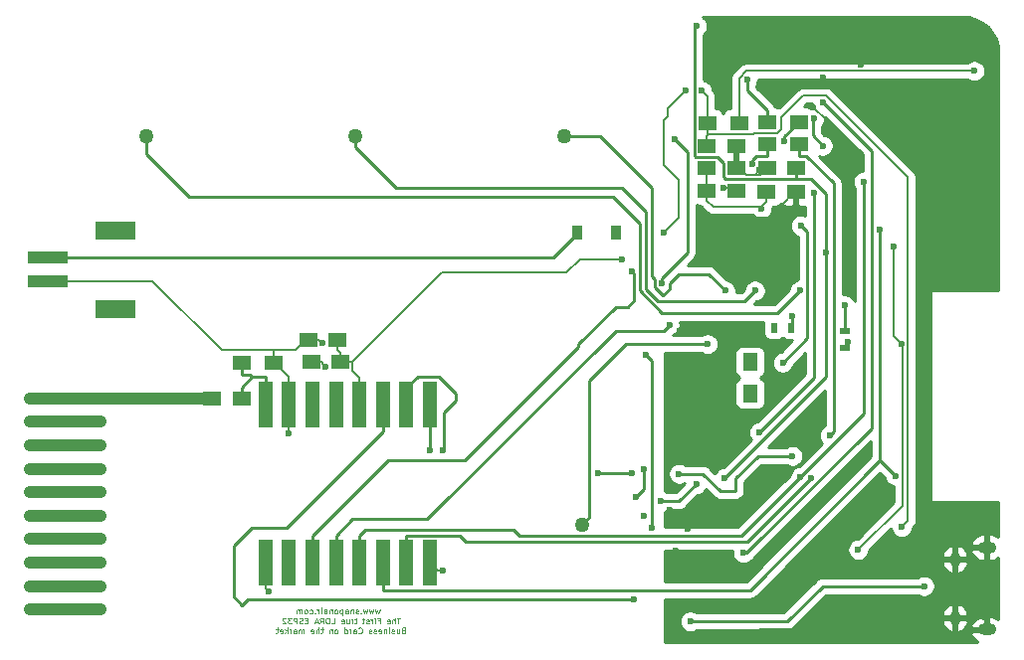
<source format=gbr>
G04 #@! TF.GenerationSoftware,KiCad,Pcbnew,(5.1.2)-1*
G04 #@! TF.CreationDate,2019-08-13T17:52:10+02:00*
G04 #@! TF.ProjectId,tinyRF24,74696e79-5246-4323-942e-6b696361645f,rev?*
G04 #@! TF.SameCoordinates,Original*
G04 #@! TF.FileFunction,Copper,L2,Bot*
G04 #@! TF.FilePolarity,Positive*
%FSLAX46Y46*%
G04 Gerber Fmt 4.6, Leading zero omitted, Abs format (unit mm)*
G04 Created by KiCad (PCBNEW (5.1.2)-1) date 2019-08-13 17:52:10*
%MOMM*%
%LPD*%
G04 APERTURE LIST*
%ADD10C,0.075000*%
%ADD11R,1.500000X1.300000*%
%ADD12C,1.270000*%
%ADD13R,1.200000X4.000000*%
%ADD14R,1.500000X1.250000*%
%ADD15C,1.000000*%
%ADD16R,0.900000X1.200000*%
%ADD17R,3.400000X1.500000*%
%ADD18R,3.500000X1.000000*%
%ADD19O,0.950000X1.250000*%
%ADD20O,1.550000X1.000000*%
%ADD21R,1.300000X1.500000*%
%ADD22R,0.900000X0.500000*%
%ADD23R,0.500000X0.900000*%
%ADD24C,0.600000*%
%ADD25C,0.152400*%
%ADD26C,0.250000*%
%ADD27C,1.000000*%
%ADD28C,0.254000*%
G04 APERTURE END LIST*
D10*
X115573523Y-100730857D02*
X115478285Y-101064190D01*
X115383047Y-100826095D01*
X115287809Y-101064190D01*
X115192571Y-100730857D01*
X115049714Y-100730857D02*
X114954476Y-101064190D01*
X114859238Y-100826095D01*
X114764000Y-101064190D01*
X114668761Y-100730857D01*
X114525904Y-100730857D02*
X114430666Y-101064190D01*
X114335428Y-100826095D01*
X114240190Y-101064190D01*
X114144952Y-100730857D01*
X113954476Y-101016571D02*
X113930666Y-101040380D01*
X113954476Y-101064190D01*
X113978285Y-101040380D01*
X113954476Y-101016571D01*
X113954476Y-101064190D01*
X113740190Y-101040380D02*
X113692571Y-101064190D01*
X113597333Y-101064190D01*
X113549714Y-101040380D01*
X113525904Y-100992761D01*
X113525904Y-100968952D01*
X113549714Y-100921333D01*
X113597333Y-100897523D01*
X113668761Y-100897523D01*
X113716380Y-100873714D01*
X113740190Y-100826095D01*
X113740190Y-100802285D01*
X113716380Y-100754666D01*
X113668761Y-100730857D01*
X113597333Y-100730857D01*
X113549714Y-100754666D01*
X113311619Y-100730857D02*
X113311619Y-101064190D01*
X113311619Y-100778476D02*
X113287809Y-100754666D01*
X113240190Y-100730857D01*
X113168761Y-100730857D01*
X113121142Y-100754666D01*
X113097333Y-100802285D01*
X113097333Y-101064190D01*
X112644952Y-101064190D02*
X112644952Y-100802285D01*
X112668761Y-100754666D01*
X112716380Y-100730857D01*
X112811619Y-100730857D01*
X112859238Y-100754666D01*
X112644952Y-101040380D02*
X112692571Y-101064190D01*
X112811619Y-101064190D01*
X112859238Y-101040380D01*
X112883047Y-100992761D01*
X112883047Y-100945142D01*
X112859238Y-100897523D01*
X112811619Y-100873714D01*
X112692571Y-100873714D01*
X112644952Y-100849904D01*
X112406857Y-100730857D02*
X112406857Y-101230857D01*
X112406857Y-100754666D02*
X112359238Y-100730857D01*
X112264000Y-100730857D01*
X112216380Y-100754666D01*
X112192571Y-100778476D01*
X112168761Y-100826095D01*
X112168761Y-100968952D01*
X112192571Y-101016571D01*
X112216380Y-101040380D01*
X112264000Y-101064190D01*
X112359238Y-101064190D01*
X112406857Y-101040380D01*
X111883047Y-101064190D02*
X111930666Y-101040380D01*
X111954476Y-101016571D01*
X111978285Y-100968952D01*
X111978285Y-100826095D01*
X111954476Y-100778476D01*
X111930666Y-100754666D01*
X111883047Y-100730857D01*
X111811619Y-100730857D01*
X111764000Y-100754666D01*
X111740190Y-100778476D01*
X111716380Y-100826095D01*
X111716380Y-100968952D01*
X111740190Y-101016571D01*
X111764000Y-101040380D01*
X111811619Y-101064190D01*
X111883047Y-101064190D01*
X111502095Y-100730857D02*
X111502095Y-101064190D01*
X111502095Y-100778476D02*
X111478285Y-100754666D01*
X111430666Y-100730857D01*
X111359238Y-100730857D01*
X111311619Y-100754666D01*
X111287809Y-100802285D01*
X111287809Y-101064190D01*
X110835428Y-101064190D02*
X110835428Y-100802285D01*
X110859238Y-100754666D01*
X110906857Y-100730857D01*
X111002095Y-100730857D01*
X111049714Y-100754666D01*
X110835428Y-101040380D02*
X110883047Y-101064190D01*
X111002095Y-101064190D01*
X111049714Y-101040380D01*
X111073523Y-100992761D01*
X111073523Y-100945142D01*
X111049714Y-100897523D01*
X111002095Y-100873714D01*
X110883047Y-100873714D01*
X110835428Y-100849904D01*
X110597333Y-101064190D02*
X110597333Y-100730857D01*
X110597333Y-100564190D02*
X110621142Y-100588000D01*
X110597333Y-100611809D01*
X110573523Y-100588000D01*
X110597333Y-100564190D01*
X110597333Y-100611809D01*
X110359238Y-101064190D02*
X110359238Y-100730857D01*
X110359238Y-100826095D02*
X110335428Y-100778476D01*
X110311619Y-100754666D01*
X110264000Y-100730857D01*
X110216380Y-100730857D01*
X110049714Y-101016571D02*
X110025904Y-101040380D01*
X110049714Y-101064190D01*
X110073523Y-101040380D01*
X110049714Y-101016571D01*
X110049714Y-101064190D01*
X109597333Y-101040380D02*
X109644952Y-101064190D01*
X109740190Y-101064190D01*
X109787809Y-101040380D01*
X109811619Y-101016571D01*
X109835428Y-100968952D01*
X109835428Y-100826095D01*
X109811619Y-100778476D01*
X109787809Y-100754666D01*
X109740190Y-100730857D01*
X109644952Y-100730857D01*
X109597333Y-100754666D01*
X109311619Y-101064190D02*
X109359238Y-101040380D01*
X109383047Y-101016571D01*
X109406857Y-100968952D01*
X109406857Y-100826095D01*
X109383047Y-100778476D01*
X109359238Y-100754666D01*
X109311619Y-100730857D01*
X109240190Y-100730857D01*
X109192571Y-100754666D01*
X109168761Y-100778476D01*
X109144952Y-100826095D01*
X109144952Y-100968952D01*
X109168761Y-101016571D01*
X109192571Y-101040380D01*
X109240190Y-101064190D01*
X109311619Y-101064190D01*
X108930666Y-101064190D02*
X108930666Y-100730857D01*
X108930666Y-100778476D02*
X108906857Y-100754666D01*
X108859238Y-100730857D01*
X108787809Y-100730857D01*
X108740190Y-100754666D01*
X108716380Y-100802285D01*
X108716380Y-101064190D01*
X108716380Y-100802285D02*
X108692571Y-100754666D01*
X108644952Y-100730857D01*
X108573523Y-100730857D01*
X108525904Y-100754666D01*
X108502095Y-100802285D01*
X108502095Y-101064190D01*
X117303714Y-101421690D02*
X117018000Y-101421690D01*
X117160857Y-101921690D02*
X117160857Y-101421690D01*
X116851333Y-101921690D02*
X116851333Y-101421690D01*
X116637047Y-101921690D02*
X116637047Y-101659785D01*
X116660857Y-101612166D01*
X116708476Y-101588357D01*
X116779904Y-101588357D01*
X116827523Y-101612166D01*
X116851333Y-101635976D01*
X116208476Y-101897880D02*
X116256095Y-101921690D01*
X116351333Y-101921690D01*
X116398952Y-101897880D01*
X116422761Y-101850261D01*
X116422761Y-101659785D01*
X116398952Y-101612166D01*
X116351333Y-101588357D01*
X116256095Y-101588357D01*
X116208476Y-101612166D01*
X116184666Y-101659785D01*
X116184666Y-101707404D01*
X116422761Y-101755023D01*
X115422761Y-101659785D02*
X115589428Y-101659785D01*
X115589428Y-101921690D02*
X115589428Y-101421690D01*
X115351333Y-101421690D01*
X115160857Y-101921690D02*
X115160857Y-101588357D01*
X115160857Y-101421690D02*
X115184666Y-101445500D01*
X115160857Y-101469309D01*
X115137047Y-101445500D01*
X115160857Y-101421690D01*
X115160857Y-101469309D01*
X114922761Y-101921690D02*
X114922761Y-101588357D01*
X114922761Y-101683595D02*
X114898952Y-101635976D01*
X114875142Y-101612166D01*
X114827523Y-101588357D01*
X114779904Y-101588357D01*
X114637047Y-101897880D02*
X114589428Y-101921690D01*
X114494190Y-101921690D01*
X114446571Y-101897880D01*
X114422761Y-101850261D01*
X114422761Y-101826452D01*
X114446571Y-101778833D01*
X114494190Y-101755023D01*
X114565619Y-101755023D01*
X114613238Y-101731214D01*
X114637047Y-101683595D01*
X114637047Y-101659785D01*
X114613238Y-101612166D01*
X114565619Y-101588357D01*
X114494190Y-101588357D01*
X114446571Y-101612166D01*
X114279904Y-101588357D02*
X114089428Y-101588357D01*
X114208476Y-101421690D02*
X114208476Y-101850261D01*
X114184666Y-101897880D01*
X114137047Y-101921690D01*
X114089428Y-101921690D01*
X113613238Y-101588357D02*
X113422761Y-101588357D01*
X113541809Y-101421690D02*
X113541809Y-101850261D01*
X113518000Y-101897880D01*
X113470380Y-101921690D01*
X113422761Y-101921690D01*
X113256095Y-101921690D02*
X113256095Y-101588357D01*
X113256095Y-101683595D02*
X113232285Y-101635976D01*
X113208476Y-101612166D01*
X113160857Y-101588357D01*
X113113238Y-101588357D01*
X112732285Y-101588357D02*
X112732285Y-101921690D01*
X112946571Y-101588357D02*
X112946571Y-101850261D01*
X112922761Y-101897880D01*
X112875142Y-101921690D01*
X112803714Y-101921690D01*
X112756095Y-101897880D01*
X112732285Y-101874071D01*
X112303714Y-101897880D02*
X112351333Y-101921690D01*
X112446571Y-101921690D01*
X112494190Y-101897880D01*
X112518000Y-101850261D01*
X112518000Y-101659785D01*
X112494190Y-101612166D01*
X112446571Y-101588357D01*
X112351333Y-101588357D01*
X112303714Y-101612166D01*
X112279904Y-101659785D01*
X112279904Y-101707404D01*
X112518000Y-101755023D01*
X111446571Y-101921690D02*
X111684666Y-101921690D01*
X111684666Y-101421690D01*
X111184666Y-101421690D02*
X111089428Y-101421690D01*
X111041809Y-101445500D01*
X110994190Y-101493119D01*
X110970380Y-101588357D01*
X110970380Y-101755023D01*
X110994190Y-101850261D01*
X111041809Y-101897880D01*
X111089428Y-101921690D01*
X111184666Y-101921690D01*
X111232285Y-101897880D01*
X111279904Y-101850261D01*
X111303714Y-101755023D01*
X111303714Y-101588357D01*
X111279904Y-101493119D01*
X111232285Y-101445500D01*
X111184666Y-101421690D01*
X110470380Y-101921690D02*
X110637047Y-101683595D01*
X110756095Y-101921690D02*
X110756095Y-101421690D01*
X110565619Y-101421690D01*
X110518000Y-101445500D01*
X110494190Y-101469309D01*
X110470380Y-101516928D01*
X110470380Y-101588357D01*
X110494190Y-101635976D01*
X110518000Y-101659785D01*
X110565619Y-101683595D01*
X110756095Y-101683595D01*
X110279904Y-101778833D02*
X110041809Y-101778833D01*
X110327523Y-101921690D02*
X110160857Y-101421690D01*
X109994190Y-101921690D01*
X109446571Y-101659785D02*
X109279904Y-101659785D01*
X109208476Y-101921690D02*
X109446571Y-101921690D01*
X109446571Y-101421690D01*
X109208476Y-101421690D01*
X109018000Y-101897880D02*
X108946571Y-101921690D01*
X108827523Y-101921690D01*
X108779904Y-101897880D01*
X108756095Y-101874071D01*
X108732285Y-101826452D01*
X108732285Y-101778833D01*
X108756095Y-101731214D01*
X108779904Y-101707404D01*
X108827523Y-101683595D01*
X108922761Y-101659785D01*
X108970380Y-101635976D01*
X108994190Y-101612166D01*
X109018000Y-101564547D01*
X109018000Y-101516928D01*
X108994190Y-101469309D01*
X108970380Y-101445500D01*
X108922761Y-101421690D01*
X108803714Y-101421690D01*
X108732285Y-101445500D01*
X108518000Y-101921690D02*
X108518000Y-101421690D01*
X108327523Y-101421690D01*
X108279904Y-101445500D01*
X108256095Y-101469309D01*
X108232285Y-101516928D01*
X108232285Y-101588357D01*
X108256095Y-101635976D01*
X108279904Y-101659785D01*
X108327523Y-101683595D01*
X108518000Y-101683595D01*
X108065619Y-101421690D02*
X107756095Y-101421690D01*
X107922761Y-101612166D01*
X107851333Y-101612166D01*
X107803714Y-101635976D01*
X107779904Y-101659785D01*
X107756095Y-101707404D01*
X107756095Y-101826452D01*
X107779904Y-101874071D01*
X107803714Y-101897880D01*
X107851333Y-101921690D01*
X107994190Y-101921690D01*
X108041809Y-101897880D01*
X108065619Y-101874071D01*
X107565619Y-101469309D02*
X107541809Y-101445500D01*
X107494190Y-101421690D01*
X107375142Y-101421690D01*
X107327523Y-101445500D01*
X107303714Y-101469309D01*
X107279904Y-101516928D01*
X107279904Y-101564547D01*
X107303714Y-101635976D01*
X107589428Y-101921690D01*
X107279904Y-101921690D01*
X117553714Y-102484785D02*
X117482285Y-102508595D01*
X117458476Y-102532404D01*
X117434666Y-102580023D01*
X117434666Y-102651452D01*
X117458476Y-102699071D01*
X117482285Y-102722880D01*
X117529904Y-102746690D01*
X117720380Y-102746690D01*
X117720380Y-102246690D01*
X117553714Y-102246690D01*
X117506095Y-102270500D01*
X117482285Y-102294309D01*
X117458476Y-102341928D01*
X117458476Y-102389547D01*
X117482285Y-102437166D01*
X117506095Y-102460976D01*
X117553714Y-102484785D01*
X117720380Y-102484785D01*
X117006095Y-102413357D02*
X117006095Y-102746690D01*
X117220380Y-102413357D02*
X117220380Y-102675261D01*
X117196571Y-102722880D01*
X117148952Y-102746690D01*
X117077523Y-102746690D01*
X117029904Y-102722880D01*
X117006095Y-102699071D01*
X116791809Y-102722880D02*
X116744190Y-102746690D01*
X116648952Y-102746690D01*
X116601333Y-102722880D01*
X116577523Y-102675261D01*
X116577523Y-102651452D01*
X116601333Y-102603833D01*
X116648952Y-102580023D01*
X116720380Y-102580023D01*
X116768000Y-102556214D01*
X116791809Y-102508595D01*
X116791809Y-102484785D01*
X116768000Y-102437166D01*
X116720380Y-102413357D01*
X116648952Y-102413357D01*
X116601333Y-102437166D01*
X116363238Y-102746690D02*
X116363238Y-102413357D01*
X116363238Y-102246690D02*
X116387047Y-102270500D01*
X116363238Y-102294309D01*
X116339428Y-102270500D01*
X116363238Y-102246690D01*
X116363238Y-102294309D01*
X116125142Y-102413357D02*
X116125142Y-102746690D01*
X116125142Y-102460976D02*
X116101333Y-102437166D01*
X116053714Y-102413357D01*
X115982285Y-102413357D01*
X115934666Y-102437166D01*
X115910857Y-102484785D01*
X115910857Y-102746690D01*
X115482285Y-102722880D02*
X115529904Y-102746690D01*
X115625142Y-102746690D01*
X115672761Y-102722880D01*
X115696571Y-102675261D01*
X115696571Y-102484785D01*
X115672761Y-102437166D01*
X115625142Y-102413357D01*
X115529904Y-102413357D01*
X115482285Y-102437166D01*
X115458476Y-102484785D01*
X115458476Y-102532404D01*
X115696571Y-102580023D01*
X115268000Y-102722880D02*
X115220380Y-102746690D01*
X115125142Y-102746690D01*
X115077523Y-102722880D01*
X115053714Y-102675261D01*
X115053714Y-102651452D01*
X115077523Y-102603833D01*
X115125142Y-102580023D01*
X115196571Y-102580023D01*
X115244190Y-102556214D01*
X115268000Y-102508595D01*
X115268000Y-102484785D01*
X115244190Y-102437166D01*
X115196571Y-102413357D01*
X115125142Y-102413357D01*
X115077523Y-102437166D01*
X114863238Y-102722880D02*
X114815619Y-102746690D01*
X114720380Y-102746690D01*
X114672761Y-102722880D01*
X114648952Y-102675261D01*
X114648952Y-102651452D01*
X114672761Y-102603833D01*
X114720380Y-102580023D01*
X114791809Y-102580023D01*
X114839428Y-102556214D01*
X114863238Y-102508595D01*
X114863238Y-102484785D01*
X114839428Y-102437166D01*
X114791809Y-102413357D01*
X114720380Y-102413357D01*
X114672761Y-102437166D01*
X113768000Y-102699071D02*
X113791809Y-102722880D01*
X113863238Y-102746690D01*
X113910857Y-102746690D01*
X113982285Y-102722880D01*
X114029904Y-102675261D01*
X114053714Y-102627642D01*
X114077523Y-102532404D01*
X114077523Y-102460976D01*
X114053714Y-102365738D01*
X114029904Y-102318119D01*
X113982285Y-102270500D01*
X113910857Y-102246690D01*
X113863238Y-102246690D01*
X113791809Y-102270500D01*
X113768000Y-102294309D01*
X113339428Y-102746690D02*
X113339428Y-102484785D01*
X113363238Y-102437166D01*
X113410857Y-102413357D01*
X113506095Y-102413357D01*
X113553714Y-102437166D01*
X113339428Y-102722880D02*
X113387047Y-102746690D01*
X113506095Y-102746690D01*
X113553714Y-102722880D01*
X113577523Y-102675261D01*
X113577523Y-102627642D01*
X113553714Y-102580023D01*
X113506095Y-102556214D01*
X113387047Y-102556214D01*
X113339428Y-102532404D01*
X113101333Y-102746690D02*
X113101333Y-102413357D01*
X113101333Y-102508595D02*
X113077523Y-102460976D01*
X113053714Y-102437166D01*
X113006095Y-102413357D01*
X112958476Y-102413357D01*
X112577523Y-102746690D02*
X112577523Y-102246690D01*
X112577523Y-102722880D02*
X112625142Y-102746690D01*
X112720380Y-102746690D01*
X112768000Y-102722880D01*
X112791809Y-102699071D01*
X112815619Y-102651452D01*
X112815619Y-102508595D01*
X112791809Y-102460976D01*
X112768000Y-102437166D01*
X112720380Y-102413357D01*
X112625142Y-102413357D01*
X112577523Y-102437166D01*
X111887047Y-102746690D02*
X111934666Y-102722880D01*
X111958476Y-102699071D01*
X111982285Y-102651452D01*
X111982285Y-102508595D01*
X111958476Y-102460976D01*
X111934666Y-102437166D01*
X111887047Y-102413357D01*
X111815619Y-102413357D01*
X111768000Y-102437166D01*
X111744190Y-102460976D01*
X111720380Y-102508595D01*
X111720380Y-102651452D01*
X111744190Y-102699071D01*
X111768000Y-102722880D01*
X111815619Y-102746690D01*
X111887047Y-102746690D01*
X111506095Y-102413357D02*
X111506095Y-102746690D01*
X111506095Y-102460976D02*
X111482285Y-102437166D01*
X111434666Y-102413357D01*
X111363238Y-102413357D01*
X111315619Y-102437166D01*
X111291809Y-102484785D01*
X111291809Y-102746690D01*
X110744190Y-102413357D02*
X110553714Y-102413357D01*
X110672761Y-102246690D02*
X110672761Y-102675261D01*
X110648952Y-102722880D01*
X110601333Y-102746690D01*
X110553714Y-102746690D01*
X110387047Y-102746690D02*
X110387047Y-102246690D01*
X110172761Y-102746690D02*
X110172761Y-102484785D01*
X110196571Y-102437166D01*
X110244190Y-102413357D01*
X110315619Y-102413357D01*
X110363238Y-102437166D01*
X110387047Y-102460976D01*
X109744190Y-102722880D02*
X109791809Y-102746690D01*
X109887047Y-102746690D01*
X109934666Y-102722880D01*
X109958476Y-102675261D01*
X109958476Y-102484785D01*
X109934666Y-102437166D01*
X109887047Y-102413357D01*
X109791809Y-102413357D01*
X109744190Y-102437166D01*
X109720380Y-102484785D01*
X109720380Y-102532404D01*
X109958476Y-102580023D01*
X109125142Y-102746690D02*
X109125142Y-102413357D01*
X109125142Y-102460976D02*
X109101333Y-102437166D01*
X109053714Y-102413357D01*
X108982285Y-102413357D01*
X108934666Y-102437166D01*
X108910857Y-102484785D01*
X108910857Y-102746690D01*
X108910857Y-102484785D02*
X108887047Y-102437166D01*
X108839428Y-102413357D01*
X108768000Y-102413357D01*
X108720380Y-102437166D01*
X108696571Y-102484785D01*
X108696571Y-102746690D01*
X108244190Y-102746690D02*
X108244190Y-102484785D01*
X108268000Y-102437166D01*
X108315619Y-102413357D01*
X108410857Y-102413357D01*
X108458476Y-102437166D01*
X108244190Y-102722880D02*
X108291809Y-102746690D01*
X108410857Y-102746690D01*
X108458476Y-102722880D01*
X108482285Y-102675261D01*
X108482285Y-102627642D01*
X108458476Y-102580023D01*
X108410857Y-102556214D01*
X108291809Y-102556214D01*
X108244190Y-102532404D01*
X108006095Y-102746690D02*
X108006095Y-102413357D01*
X108006095Y-102508595D02*
X107982285Y-102460976D01*
X107958476Y-102437166D01*
X107910857Y-102413357D01*
X107863238Y-102413357D01*
X107696571Y-102746690D02*
X107696571Y-102246690D01*
X107648952Y-102556214D02*
X107506095Y-102746690D01*
X107506095Y-102413357D02*
X107696571Y-102603833D01*
X107101333Y-102722880D02*
X107148952Y-102746690D01*
X107244190Y-102746690D01*
X107291809Y-102722880D01*
X107315619Y-102675261D01*
X107315619Y-102484785D01*
X107291809Y-102437166D01*
X107244190Y-102413357D01*
X107148952Y-102413357D01*
X107101333Y-102437166D01*
X107077523Y-102484785D01*
X107077523Y-102532404D01*
X107315619Y-102580023D01*
X106934666Y-102413357D02*
X106744190Y-102413357D01*
X106863238Y-102246690D02*
X106863238Y-102675261D01*
X106839428Y-102722880D01*
X106791809Y-102746690D01*
X106744190Y-102746690D01*
D11*
X146130000Y-59309000D03*
X143430000Y-59309000D03*
D12*
X95730000Y-60400000D03*
D11*
X106540000Y-79730000D03*
X103840000Y-79730000D03*
D12*
X131290000Y-60400000D03*
D13*
X119840000Y-96730000D03*
X117840000Y-96730000D03*
X115840000Y-96730000D03*
X113840000Y-96730000D03*
X111840000Y-96730000D03*
X109840000Y-96730000D03*
X107840000Y-96730000D03*
X105840000Y-96730000D03*
X105840000Y-83230000D03*
X107840000Y-83230000D03*
X109840000Y-83230000D03*
X111840000Y-83230000D03*
X113840000Y-83230000D03*
X115840000Y-83230000D03*
X117840000Y-83230000D03*
X119840000Y-83230000D03*
D14*
X109737000Y-79608000D03*
X112237000Y-79608000D03*
X103840000Y-82730000D03*
X101340000Y-82730000D03*
D12*
X132790000Y-93500000D03*
D11*
X148510000Y-61087000D03*
X151210000Y-61087000D03*
D15*
X97840400Y-82730000D03*
D14*
X111974000Y-77724000D03*
X109474000Y-77724000D03*
D12*
X113510000Y-60400000D03*
D14*
X143403000Y-63119000D03*
X145903000Y-63119000D03*
X143403000Y-65024000D03*
X145903000Y-65024000D03*
X150963000Y-65151000D03*
X148463000Y-65151000D03*
X148503000Y-63119000D03*
X151003000Y-63119000D03*
X145903000Y-61214000D03*
X143403000Y-61214000D03*
D11*
X148510000Y-59182000D03*
X151210000Y-59182000D03*
D16*
X132335000Y-68580000D03*
X135635000Y-68580000D03*
D17*
X93045000Y-75105000D03*
X93045000Y-68405000D03*
D18*
X87295000Y-72755000D03*
X87295000Y-70755000D03*
D19*
X164512000Y-101433000D03*
X164512000Y-96433000D03*
D20*
X167212000Y-102433000D03*
X167212000Y-95433000D03*
D21*
X147066000Y-82312500D03*
X147066000Y-79612500D03*
D22*
X155130500Y-76974000D03*
X155130500Y-78474000D03*
D23*
X149110000Y-76708000D03*
X150610000Y-76708000D03*
D24*
X110951800Y-80013500D03*
X120904900Y-97435700D03*
X106112600Y-99184200D03*
X107840000Y-85692600D03*
X110695000Y-78046400D03*
X140716000Y-95734700D03*
X141224000Y-97790000D03*
X143764000Y-103378000D03*
X151370000Y-102354000D03*
X156464000Y-54319500D03*
X158320000Y-52578000D03*
X153267179Y-55438237D03*
X154940000Y-56642000D03*
X145903000Y-63119000D03*
X144780000Y-64770000D03*
X148670000Y-70358000D03*
X147874723Y-63282486D03*
X147162400Y-67310000D03*
X143460000Y-76835000D03*
X141107000Y-76962000D03*
X140208000Y-92202000D03*
X141732000Y-93842900D03*
X154940000Y-61530000D03*
X153606500Y-59489500D03*
X152463500Y-57912000D03*
X159271300Y-69816700D03*
X156279400Y-95612500D03*
X159979300Y-78082800D03*
X148072500Y-66559300D03*
X136144000Y-70866000D03*
X166161600Y-54848100D03*
X159989600Y-93694700D03*
X142952600Y-56515000D03*
X141605000Y-56515000D03*
X139700000Y-68580000D03*
X135635000Y-68580000D03*
X158148700Y-68398700D03*
X159446600Y-89314600D03*
X156762100Y-64259500D03*
X151372600Y-89423400D03*
X149867000Y-79684700D03*
X151393700Y-68018400D03*
X152557700Y-65251200D03*
X147874400Y-85622800D03*
X151300000Y-73550000D03*
X147490000Y-73550000D03*
X144950000Y-73550000D03*
X143460000Y-78105000D03*
X85840000Y-96730000D03*
X85840000Y-98730000D03*
X85840000Y-90730000D03*
X85840000Y-94730000D03*
X91840000Y-96730000D03*
X91840000Y-90730000D03*
X85840000Y-92730000D03*
X91840000Y-88730000D03*
X91840000Y-98730000D03*
X91840000Y-100730000D03*
X91840000Y-92730000D03*
X91840000Y-94730000D03*
X85840000Y-84730000D03*
X85840000Y-86730000D03*
X85840000Y-88730000D03*
X85840000Y-82730000D03*
X91840000Y-84730000D03*
X91840000Y-86730000D03*
X152275000Y-89531100D03*
X138059000Y-92710000D03*
X137160000Y-99822000D03*
X140208000Y-76454000D03*
X137043000Y-71882000D03*
X147244200Y-62790100D03*
X153869600Y-85872300D03*
X153534900Y-70304100D03*
X144932000Y-89512300D03*
X142562000Y-51032700D03*
X141991900Y-101729000D03*
X161887935Y-98716065D03*
X149951600Y-60857000D03*
X138684000Y-93726000D03*
X138176000Y-78994000D03*
X139583000Y-72898000D03*
X140655000Y-60645000D03*
X146519700Y-95906900D03*
X153276600Y-57501200D03*
X146838100Y-55572300D03*
X153255759Y-61205451D03*
X152527000Y-58864500D03*
X147066000Y-82312500D03*
X147066000Y-79612500D03*
X155130500Y-74803000D03*
X155384500Y-77914500D03*
X150685500Y-75692000D03*
X120904000Y-87122000D03*
X137324065Y-91148935D03*
X138059000Y-88764478D03*
X141033500Y-89154000D03*
X150685500Y-87630000D03*
X142494000Y-90043000D03*
X139509500Y-91503500D03*
X137033000Y-89090500D03*
X134112000Y-89090500D03*
X119824500Y-87122000D03*
D25*
X109737000Y-79608000D02*
X110715900Y-79608000D01*
X110951800Y-80013500D02*
X110715900Y-79777600D01*
X110715900Y-79777600D02*
X110715900Y-79608000D01*
X120904900Y-97435700D02*
X120545700Y-97435700D01*
X120545700Y-97435700D02*
X119840000Y-96730000D01*
X105840000Y-96730000D02*
X105840000Y-98958900D01*
X106112600Y-99184200D02*
X105887300Y-98958900D01*
X105887300Y-98958900D02*
X105840000Y-98958900D01*
X107840000Y-83230000D02*
X107840000Y-85692600D01*
X109474000Y-77724000D02*
X110452900Y-77724000D01*
X110695000Y-78046400D02*
X110452900Y-77804300D01*
X110452900Y-77804300D02*
X110452900Y-77724000D01*
X140716000Y-95734700D02*
X140716000Y-97282000D01*
X140716000Y-97282000D02*
X141224000Y-97790000D01*
X143764000Y-103378000D02*
X146812000Y-103378000D01*
X146812000Y-103378000D02*
X147836000Y-102354000D01*
X147836000Y-102354000D02*
X151370000Y-102354000D01*
X156464000Y-54319500D02*
X158205500Y-52578000D01*
X158205500Y-52578000D02*
X158320000Y-52578000D01*
X154470942Y-56642000D02*
X154940000Y-56642000D01*
X153267179Y-55438237D02*
X154470942Y-56642000D01*
X145649000Y-64770000D02*
X145903000Y-65024000D01*
X144780000Y-64770000D02*
X145649000Y-64770000D01*
X146177000Y-63119000D02*
X146726090Y-63668090D01*
X145903000Y-63119000D02*
X146177000Y-63119000D01*
X147953910Y-63668090D02*
X148503000Y-63119000D01*
X150838000Y-65151000D02*
X149860000Y-66129000D01*
X150963000Y-65151000D02*
X150838000Y-65151000D01*
X149860000Y-69168000D02*
X148670000Y-70358000D01*
X147489119Y-63668090D02*
X147874723Y-63282486D01*
X147234090Y-63668090D02*
X147489119Y-63668090D01*
X147234090Y-63668090D02*
X147953910Y-63668090D01*
X146726090Y-63668090D02*
X147234090Y-63668090D01*
X149352000Y-67310000D02*
X149860000Y-67818000D01*
X147162400Y-67310000D02*
X149352000Y-67310000D01*
X149860000Y-66129000D02*
X149860000Y-67818000D01*
X149860000Y-67818000D02*
X149860000Y-69168000D01*
X143460000Y-76835000D02*
X141234000Y-76835000D01*
X141234000Y-76835000D02*
X141107000Y-76962000D01*
X140208000Y-92202000D02*
X141732000Y-93726000D01*
X141732000Y-93726000D02*
X141732000Y-93842900D01*
X109349000Y-77724000D02*
X109474000Y-77724000D01*
X108450700Y-78622300D02*
X109349000Y-77724000D01*
X106540000Y-78622300D02*
X108450700Y-78622300D01*
X106540000Y-79730000D02*
X106540000Y-78622300D01*
X106540000Y-78622300D02*
X103387300Y-78622300D01*
X87295000Y-72755000D02*
X96250000Y-72755000D01*
X102117300Y-78622300D02*
X103387300Y-78622300D01*
X96250000Y-72755000D02*
X102117300Y-78622300D01*
X167212000Y-101780600D02*
X167212000Y-102433000D01*
X166864400Y-101433000D02*
X167212000Y-101780600D01*
X164512000Y-101433000D02*
X166864400Y-101433000D01*
X154940000Y-61530000D02*
X154940000Y-60823000D01*
X154940000Y-60823000D02*
X153606500Y-59489500D01*
X153606500Y-59489500D02*
X153606500Y-59055000D01*
X153606500Y-59055000D02*
X152463500Y-57912000D01*
X106640000Y-79730000D02*
X106540000Y-79730000D01*
X107840000Y-80930000D02*
X106640000Y-79730000D01*
X107840000Y-83230000D02*
X107840000Y-80930000D01*
X159979300Y-78082800D02*
X159271300Y-77374800D01*
X159271300Y-77374800D02*
X159271300Y-69816700D01*
X156279400Y-95612500D02*
X160023100Y-91868800D01*
X160023100Y-91868800D02*
X160023100Y-78126600D01*
X160023100Y-78126600D02*
X159979300Y-78082800D01*
X113215900Y-79608000D02*
X120836400Y-71987500D01*
X120836400Y-71987500D02*
X130522700Y-71987500D01*
X113840000Y-83230000D02*
X113840000Y-81001100D01*
X112237000Y-79608000D02*
X112237000Y-78754100D01*
X111974000Y-77724000D02*
X111974000Y-78577900D01*
X111974000Y-78577900D02*
X112150200Y-78754100D01*
X112150200Y-78754100D02*
X112237000Y-78754100D01*
X112237000Y-79608000D02*
X113215900Y-79608000D01*
X113215900Y-79608000D02*
X113215900Y-80377000D01*
X113215900Y-80377000D02*
X113840000Y-81001100D01*
X148028400Y-66439500D02*
X148007600Y-66418800D01*
X148007600Y-66418800D02*
X143943900Y-66418800D01*
X143943900Y-66418800D02*
X143403000Y-65877900D01*
X148072500Y-66559300D02*
X148072500Y-66483700D01*
X148072500Y-66483700D02*
X148028400Y-66439500D01*
X148463000Y-66004900D02*
X148028400Y-66439500D01*
X148463000Y-65151000D02*
X148463000Y-66004900D01*
X143403000Y-65024000D02*
X143403000Y-65877900D01*
X143403000Y-65024000D02*
X143403000Y-63119000D01*
X130522700Y-71987500D02*
X131466500Y-71987500D01*
X131466500Y-71987500D02*
X132588000Y-70866000D01*
X132588000Y-70866000D02*
X136144000Y-70866000D01*
X166161600Y-54848100D02*
X146747000Y-54848100D01*
X146747000Y-54848100D02*
X146130000Y-55465100D01*
X146130000Y-55465100D02*
X146130000Y-59309000D01*
X159989600Y-93694700D02*
X160514500Y-93169800D01*
X160514500Y-93169800D02*
X160514500Y-63901100D01*
X160514500Y-63901100D02*
X153538000Y-56924600D01*
X153538000Y-56924600D02*
X151622700Y-56924600D01*
X151622700Y-56924600D02*
X149715400Y-58831900D01*
X149715400Y-58831900D02*
X149715400Y-59789500D01*
X149715400Y-59789500D02*
X149365500Y-60139400D01*
X149365500Y-60139400D02*
X147379600Y-60139400D01*
X147379600Y-60139400D02*
X147331100Y-60187900D01*
X147331100Y-60187900D02*
X143430000Y-60187900D01*
X143403000Y-61214000D02*
X143403000Y-60360100D01*
X143403000Y-60360100D02*
X143430000Y-60333100D01*
X143430000Y-60333100D02*
X143430000Y-60187900D01*
X143430000Y-59309000D02*
X143430000Y-60187900D01*
X143430000Y-59309000D02*
X143430000Y-56992400D01*
X143430000Y-56992400D02*
X142952600Y-56515000D01*
X140078799Y-58041201D02*
X140078799Y-58676201D01*
X141605000Y-56515000D02*
X140078799Y-58041201D01*
X140078799Y-58676201D02*
X139700000Y-59055000D01*
X139700000Y-59055000D02*
X139700000Y-62865000D01*
X139700000Y-62865000D02*
X140970000Y-64135000D01*
X140970000Y-64135000D02*
X140970000Y-67310000D01*
X140970000Y-67310000D02*
X139700000Y-68580000D01*
D26*
X115840000Y-96730000D02*
X115840000Y-99055300D01*
X158148700Y-88016700D02*
X158148700Y-68398700D01*
X159446600Y-89314600D02*
X158148700Y-88016700D01*
X115840000Y-99055300D02*
X147110100Y-99055300D01*
X147110100Y-99055300D02*
X158148700Y-88016700D01*
X151372600Y-89423400D02*
X156762100Y-84033900D01*
X156762100Y-84033900D02*
X156762100Y-64259500D01*
X113840000Y-94404700D02*
X114294700Y-93950000D01*
X114294700Y-93950000D02*
X126940900Y-93950000D01*
X126940900Y-93950000D02*
X127458800Y-94467900D01*
X127458800Y-94467900D02*
X146328100Y-94467900D01*
X146328100Y-94467900D02*
X151372600Y-89423400D01*
X113840000Y-96730000D02*
X113840000Y-94404700D01*
X151393700Y-68018400D02*
X151925400Y-68550100D01*
X151925400Y-68550100D02*
X151925400Y-77626300D01*
X151925400Y-77626300D02*
X149867000Y-79684700D01*
X147874400Y-85622800D02*
X152557700Y-80939500D01*
X152557700Y-80939500D02*
X152557700Y-65251200D01*
X149412000Y-75438000D02*
X151300000Y-73550000D01*
X139571590Y-75438000D02*
X149412000Y-75438000D01*
X95730000Y-61948000D02*
X99314000Y-65532000D01*
X95730000Y-60400000D02*
X95730000Y-61948000D01*
X99314000Y-65532000D02*
X135382000Y-65532000D01*
X135382000Y-65532000D02*
X137668000Y-67818000D01*
X137668000Y-67818000D02*
X137668000Y-73534410D01*
X137668000Y-73534410D02*
X139571590Y-75438000D01*
X146618000Y-74422000D02*
X147490000Y-73550000D01*
X138233990Y-73463990D02*
X139192000Y-74422000D01*
X138233990Y-66859990D02*
X138233990Y-73463990D01*
X139192000Y-74422000D02*
X146618000Y-74422000D01*
X113510000Y-60400000D02*
X113510000Y-61298000D01*
X113510000Y-61298000D02*
X116982000Y-64770000D01*
X116982000Y-64770000D02*
X136144000Y-64770000D01*
X136144000Y-64770000D02*
X138233990Y-66859990D01*
X134314000Y-60400000D02*
X131290000Y-60400000D01*
X138684000Y-64770000D02*
X134314000Y-60400000D01*
X138684000Y-72350002D02*
X138684000Y-64770000D01*
X138957999Y-72624001D02*
X138684000Y-72350002D01*
X138957999Y-73287979D02*
X138957999Y-72624001D01*
X143536000Y-72136000D02*
X140970000Y-72136000D01*
X144950000Y-73550000D02*
X143536000Y-72136000D01*
X140970000Y-72136000D02*
X140208000Y-72898000D01*
X140208000Y-72898000D02*
X140208000Y-73406000D01*
X140208000Y-73406000D02*
X139642010Y-73971990D01*
X139642010Y-73971990D02*
X138957999Y-73287979D01*
X132790000Y-93500000D02*
X133425000Y-92865000D01*
X133425000Y-92865000D02*
X133425000Y-81205000D01*
X133425000Y-81205000D02*
X136525000Y-78105000D01*
X136525000Y-78105000D02*
X143460000Y-78105000D01*
X97840000Y-82730000D02*
X97840400Y-82730000D01*
D27*
X97840000Y-82730000D02*
X85840000Y-82730000D01*
X85840000Y-98730000D02*
X91840000Y-98730000D01*
X85840000Y-94730000D02*
X91840000Y-94730000D01*
X85840000Y-88730000D02*
X91840000Y-88730000D01*
X91840000Y-86730000D02*
X85840000Y-86730000D01*
X85840000Y-90730000D02*
X91840000Y-90730000D01*
X85840000Y-96730000D02*
X91840000Y-96730000D01*
X85840000Y-84730000D02*
X91840000Y-84730000D01*
X85840000Y-92730000D02*
X91840000Y-92730000D01*
X85840000Y-100730000D02*
X91840000Y-100730000D01*
X101340000Y-82730000D02*
X97840400Y-82730000D01*
D26*
X103840000Y-79730000D02*
X103840000Y-80705300D01*
X104715000Y-80904700D02*
X105840000Y-80904700D01*
X103840000Y-81779700D02*
X104715000Y-80904700D01*
X104715000Y-80904700D02*
X104515600Y-80705300D01*
X104515600Y-80705300D02*
X103840000Y-80705300D01*
X103840000Y-82730000D02*
X103840000Y-81779700D01*
X105840000Y-83230000D02*
X105840000Y-80904700D01*
X117840000Y-96730000D02*
X117840000Y-94404700D01*
X152275000Y-89531100D02*
X146887800Y-94918300D01*
X146887800Y-94918300D02*
X122857100Y-94918300D01*
X122857100Y-94918300D02*
X122343500Y-94404700D01*
X122343500Y-94404700D02*
X117840000Y-94404700D01*
X115840000Y-83230000D02*
X115840000Y-85555300D01*
X107669300Y-93726000D02*
X104648000Y-93726000D01*
X115840000Y-85555300D02*
X107669300Y-93726000D01*
X104648000Y-93726000D02*
X103124000Y-95250000D01*
X103124000Y-99639166D02*
X103814834Y-100330000D01*
X103124000Y-95250000D02*
X103124000Y-99639166D01*
X103814834Y-100330000D02*
X104322834Y-99822000D01*
X104322834Y-99822000D02*
X137160000Y-99822000D01*
X111840000Y-94404700D02*
X111840000Y-96730000D01*
X113218200Y-93026500D02*
X111840000Y-94404700D01*
X118496600Y-93026500D02*
X113218200Y-93026500D01*
X118496600Y-93026500D02*
X119571500Y-93026500D01*
X119571500Y-93026500D02*
X135636000Y-76962000D01*
X135636000Y-76962000D02*
X139700000Y-76962000D01*
X139700000Y-76962000D02*
X140208000Y-76454000D01*
X132462900Y-78354400D02*
X122834000Y-87983300D01*
X122834000Y-87983300D02*
X116261400Y-87983300D01*
X116261400Y-87983300D02*
X109840000Y-94404700D01*
X109840000Y-96730000D02*
X109840000Y-94404700D01*
X132462900Y-78354400D02*
X132462900Y-78103100D01*
X135636000Y-74930000D02*
X136652000Y-74930000D01*
X132462900Y-78103100D02*
X135636000Y-74930000D01*
X137217990Y-72056990D02*
X137043000Y-71882000D01*
X136652000Y-74930000D02*
X137217990Y-74364010D01*
X137217990Y-74364010D02*
X137217990Y-72056990D01*
X148510000Y-61087000D02*
X148510000Y-62062300D01*
X147244200Y-62790100D02*
X147244200Y-62462100D01*
X147244200Y-62462100D02*
X147644000Y-62062300D01*
X147644000Y-62062300D02*
X148510000Y-62062300D01*
X151210000Y-61087000D02*
X151210000Y-62062300D01*
X153869600Y-85872300D02*
X154176000Y-85565900D01*
X154176000Y-85565900D02*
X154176000Y-64418700D01*
X154176000Y-64418700D02*
X151819600Y-62062300D01*
X151819600Y-62062300D02*
X151210000Y-62062300D01*
X153534900Y-70304100D02*
X153534900Y-65344000D01*
X153534900Y-65344000D02*
X152260200Y-64069300D01*
X152260200Y-64069300D02*
X151003000Y-64069300D01*
X144932000Y-89512300D02*
X153534900Y-80909400D01*
X153534900Y-80909400D02*
X153534900Y-70304100D01*
X151003000Y-64069300D02*
X145016500Y-64069300D01*
X145016500Y-64069300D02*
X144827600Y-63880400D01*
X144827600Y-63880400D02*
X144827600Y-62696500D01*
X144827600Y-62696500D02*
X144299700Y-62168600D01*
X144299700Y-62168600D02*
X142432600Y-62168600D01*
X142432600Y-62168600D02*
X142327600Y-62063600D01*
X142327600Y-62063600D02*
X142327600Y-51267100D01*
X142327600Y-51267100D02*
X142562000Y-51032700D01*
X151003000Y-63119000D02*
X151003000Y-64069300D01*
X141991900Y-101729000D02*
X150239000Y-101729000D01*
X150239000Y-101729000D02*
X153251935Y-98716065D01*
X153251935Y-98716065D02*
X161887935Y-98716065D01*
X149951600Y-60857000D02*
X149951600Y-60440400D01*
X149951600Y-60440400D02*
X151210000Y-59182000D01*
X138684000Y-93726000D02*
X138684000Y-79502000D01*
X138684000Y-79502000D02*
X138176000Y-78994000D01*
X139583000Y-72473736D02*
X141732000Y-70324736D01*
X139583000Y-72898000D02*
X139583000Y-72473736D01*
X141732000Y-61722000D02*
X140655000Y-60645000D01*
X141732000Y-70324736D02*
X141732000Y-61722000D01*
X153276600Y-57501200D02*
X157423300Y-61647900D01*
X157423300Y-61647900D02*
X157423300Y-85268400D01*
X157423300Y-85268400D02*
X146784800Y-95906900D01*
X146784800Y-95906900D02*
X146519700Y-95906900D01*
X148510000Y-59182000D02*
X148510000Y-58206700D01*
X146838100Y-55572300D02*
X146838100Y-56534800D01*
X146838100Y-56534800D02*
X148510000Y-58206700D01*
X132335000Y-68730000D02*
X132335000Y-68580000D01*
X130310000Y-70755000D02*
X132335000Y-68730000D01*
X87295000Y-70755000D02*
X130310000Y-70755000D01*
X153255759Y-61205451D02*
X152400000Y-60349692D01*
X152400000Y-60349692D02*
X152400000Y-58991500D01*
X152400000Y-58991500D02*
X152527000Y-58864500D01*
X155130500Y-74803000D02*
X155130500Y-76974000D01*
X155384500Y-78220000D02*
X155130500Y-78474000D01*
X155384500Y-77914500D02*
X155384500Y-78220000D01*
X150685500Y-76632500D02*
X150610000Y-76708000D01*
X150685500Y-75692000D02*
X150685500Y-76632500D01*
X117840000Y-81830000D02*
X118808500Y-80861500D01*
X117840000Y-83230000D02*
X117840000Y-81830000D01*
X118808500Y-80861500D02*
X120612500Y-80861500D01*
X120612500Y-80861500D02*
X122047000Y-82296000D01*
X122047000Y-82931000D02*
X121031000Y-83947000D01*
X122047000Y-82296000D02*
X122047000Y-82931000D01*
X121031000Y-83947000D02*
X121031000Y-86995000D01*
X121031000Y-86995000D02*
X120904000Y-87122000D01*
X137324065Y-91148935D02*
X138059000Y-90414000D01*
X138059000Y-90414000D02*
X138059000Y-88764478D01*
X143065500Y-89154000D02*
X144526000Y-90614500D01*
X141033500Y-89154000D02*
X143065500Y-89154000D01*
X144526000Y-90614500D02*
X145859500Y-90614500D01*
X145859500Y-89509802D02*
X145859500Y-90614500D01*
X147739302Y-87630000D02*
X145859500Y-89509802D01*
X150685500Y-87630000D02*
X147739302Y-87630000D01*
X142494000Y-90043000D02*
X141033500Y-91503500D01*
X141033500Y-91503500D02*
X139509500Y-91503500D01*
X137033000Y-89090500D02*
X134112000Y-89090500D01*
X119824500Y-84645500D02*
X119824500Y-87122000D01*
X119840000Y-83230000D02*
X119840000Y-84630000D01*
X119840000Y-84630000D02*
X119824500Y-84645500D01*
D28*
G36*
X165706344Y-50277738D02*
G01*
X166289595Y-50453832D01*
X166827529Y-50739856D01*
X167299667Y-51124922D01*
X167688019Y-51594359D01*
X167977794Y-52130286D01*
X168157955Y-52712291D01*
X168225000Y-53350189D01*
X168225001Y-55846353D01*
X168225001Y-73533000D01*
X162560000Y-73533000D01*
X162535224Y-73535440D01*
X162511399Y-73542667D01*
X162489443Y-73554403D01*
X162470197Y-73570197D01*
X162454403Y-73589443D01*
X162442667Y-73611399D01*
X162435440Y-73635224D01*
X162433000Y-73660000D01*
X162433000Y-91440000D01*
X162435440Y-91464776D01*
X162442667Y-91488601D01*
X162454403Y-91510557D01*
X162470197Y-91529803D01*
X162489443Y-91545597D01*
X162511399Y-91557333D01*
X162535224Y-91564560D01*
X162560000Y-91567000D01*
X168225000Y-91567000D01*
X168225000Y-94561719D01*
X168223169Y-94559839D01*
X168038678Y-94432997D01*
X167832987Y-94344585D01*
X167614000Y-94298000D01*
X167339000Y-94298000D01*
X167339000Y-95306000D01*
X167359000Y-95306000D01*
X167359000Y-95560000D01*
X167339000Y-95560000D01*
X167339000Y-96568000D01*
X167614000Y-96568000D01*
X167832987Y-96521415D01*
X168038678Y-96433003D01*
X168223169Y-96306161D01*
X168225000Y-96304281D01*
X168225000Y-101561720D01*
X168223169Y-101559839D01*
X168038678Y-101432997D01*
X167832987Y-101344585D01*
X167614000Y-101298000D01*
X167339000Y-101298000D01*
X167339000Y-102306000D01*
X167359000Y-102306000D01*
X167359000Y-102560000D01*
X167339000Y-102560000D01*
X167339000Y-102580000D01*
X167085000Y-102580000D01*
X167085000Y-102560000D01*
X165969046Y-102560000D01*
X165842881Y-102734874D01*
X165922724Y-102957976D01*
X166044631Y-103145764D01*
X166200831Y-103306161D01*
X166385322Y-103433003D01*
X166436498Y-103455000D01*
X139827000Y-103455000D01*
X139827000Y-101636911D01*
X141056900Y-101636911D01*
X141056900Y-101821089D01*
X141092832Y-102001729D01*
X141163314Y-102171889D01*
X141265638Y-102325028D01*
X141395872Y-102455262D01*
X141549011Y-102557586D01*
X141719171Y-102628068D01*
X141899811Y-102664000D01*
X142083989Y-102664000D01*
X142264629Y-102628068D01*
X142434789Y-102557586D01*
X142537435Y-102489000D01*
X150201678Y-102489000D01*
X150239000Y-102492676D01*
X150276322Y-102489000D01*
X150276333Y-102489000D01*
X150387986Y-102478003D01*
X150531247Y-102434546D01*
X150663276Y-102363974D01*
X150779001Y-102269001D01*
X150802804Y-102239997D01*
X151308670Y-101734131D01*
X163410770Y-101734131D01*
X163461414Y-101946066D01*
X163552431Y-102144049D01*
X163680324Y-102320471D01*
X163840178Y-102468553D01*
X164025850Y-102582603D01*
X164214062Y-102652268D01*
X164385000Y-102525734D01*
X164385000Y-101560000D01*
X164639000Y-101560000D01*
X164639000Y-102525734D01*
X164809938Y-102652268D01*
X164998150Y-102582603D01*
X165183822Y-102468553D01*
X165343676Y-102320471D01*
X165471569Y-102144049D01*
X165477509Y-102131126D01*
X165842881Y-102131126D01*
X165969046Y-102306000D01*
X167085000Y-102306000D01*
X167085000Y-101298000D01*
X166810000Y-101298000D01*
X166591013Y-101344585D01*
X166385322Y-101432997D01*
X166200831Y-101559839D01*
X166044631Y-101720236D01*
X165922724Y-101908024D01*
X165842881Y-102131126D01*
X165477509Y-102131126D01*
X165562586Y-101946066D01*
X165613230Y-101734131D01*
X165464564Y-101560000D01*
X164639000Y-101560000D01*
X164385000Y-101560000D01*
X163559436Y-101560000D01*
X163410770Y-101734131D01*
X151308670Y-101734131D01*
X151910932Y-101131869D01*
X163410770Y-101131869D01*
X163559436Y-101306000D01*
X164385000Y-101306000D01*
X164385000Y-100340266D01*
X164639000Y-100340266D01*
X164639000Y-101306000D01*
X165464564Y-101306000D01*
X165613230Y-101131869D01*
X165562586Y-100919934D01*
X165471569Y-100721951D01*
X165343676Y-100545529D01*
X165183822Y-100397447D01*
X164998150Y-100283397D01*
X164809938Y-100213732D01*
X164639000Y-100340266D01*
X164385000Y-100340266D01*
X164214062Y-100213732D01*
X164025850Y-100283397D01*
X163840178Y-100397447D01*
X163680324Y-100545529D01*
X163552431Y-100721951D01*
X163461414Y-100919934D01*
X163410770Y-101131869D01*
X151910932Y-101131869D01*
X153566737Y-99476065D01*
X161342400Y-99476065D01*
X161445046Y-99544651D01*
X161615206Y-99615133D01*
X161795846Y-99651065D01*
X161980024Y-99651065D01*
X162160664Y-99615133D01*
X162330824Y-99544651D01*
X162483963Y-99442327D01*
X162614197Y-99312093D01*
X162716521Y-99158954D01*
X162787003Y-98988794D01*
X162822935Y-98808154D01*
X162822935Y-98623976D01*
X162787003Y-98443336D01*
X162716521Y-98273176D01*
X162614197Y-98120037D01*
X162483963Y-97989803D01*
X162330824Y-97887479D01*
X162160664Y-97816997D01*
X161980024Y-97781065D01*
X161795846Y-97781065D01*
X161615206Y-97816997D01*
X161445046Y-97887479D01*
X161342400Y-97956065D01*
X153289268Y-97956065D01*
X153251935Y-97952388D01*
X153214602Y-97956065D01*
X153102949Y-97967062D01*
X152959688Y-98010519D01*
X152827659Y-98081091D01*
X152711934Y-98176064D01*
X152688136Y-98205062D01*
X149924199Y-100969000D01*
X142537435Y-100969000D01*
X142434789Y-100900414D01*
X142264629Y-100829932D01*
X142083989Y-100794000D01*
X141899811Y-100794000D01*
X141719171Y-100829932D01*
X141549011Y-100900414D01*
X141395872Y-101002738D01*
X141265638Y-101132972D01*
X141163314Y-101286111D01*
X141092832Y-101456271D01*
X141056900Y-101636911D01*
X139827000Y-101636911D01*
X139827000Y-99815300D01*
X147072778Y-99815300D01*
X147110100Y-99818976D01*
X147147422Y-99815300D01*
X147147433Y-99815300D01*
X147259086Y-99804303D01*
X147402347Y-99760846D01*
X147534376Y-99690274D01*
X147650101Y-99595301D01*
X147673904Y-99566297D01*
X150506070Y-96734131D01*
X163410770Y-96734131D01*
X163461414Y-96946066D01*
X163552431Y-97144049D01*
X163680324Y-97320471D01*
X163840178Y-97468553D01*
X164025850Y-97582603D01*
X164214062Y-97652268D01*
X164385000Y-97525734D01*
X164385000Y-96560000D01*
X164639000Y-96560000D01*
X164639000Y-97525734D01*
X164809938Y-97652268D01*
X164998150Y-97582603D01*
X165183822Y-97468553D01*
X165343676Y-97320471D01*
X165471569Y-97144049D01*
X165562586Y-96946066D01*
X165613230Y-96734131D01*
X165464564Y-96560000D01*
X164639000Y-96560000D01*
X164385000Y-96560000D01*
X163559436Y-96560000D01*
X163410770Y-96734131D01*
X150506070Y-96734131D01*
X158148700Y-89091502D01*
X158523447Y-89466249D01*
X158547532Y-89587329D01*
X158618014Y-89757489D01*
X158720338Y-89910628D01*
X158850572Y-90040862D01*
X159003711Y-90143186D01*
X159173871Y-90213668D01*
X159311900Y-90241124D01*
X159311900Y-91574211D01*
X156208613Y-94677500D01*
X156187311Y-94677500D01*
X156006671Y-94713432D01*
X155836511Y-94783914D01*
X155683372Y-94886238D01*
X155553138Y-95016472D01*
X155450814Y-95169611D01*
X155380332Y-95339771D01*
X155344400Y-95520411D01*
X155344400Y-95704589D01*
X155380332Y-95885229D01*
X155450814Y-96055389D01*
X155553138Y-96208528D01*
X155683372Y-96338762D01*
X155836511Y-96441086D01*
X156006671Y-96511568D01*
X156187311Y-96547500D01*
X156371489Y-96547500D01*
X156552129Y-96511568D01*
X156722289Y-96441086D01*
X156875428Y-96338762D01*
X157005662Y-96208528D01*
X157056883Y-96131869D01*
X163410770Y-96131869D01*
X163559436Y-96306000D01*
X164385000Y-96306000D01*
X164385000Y-95340266D01*
X164639000Y-95340266D01*
X164639000Y-96306000D01*
X165464564Y-96306000D01*
X165613230Y-96131869D01*
X165562586Y-95919934D01*
X165477510Y-95734874D01*
X165842881Y-95734874D01*
X165922724Y-95957976D01*
X166044631Y-96145764D01*
X166200831Y-96306161D01*
X166385322Y-96433003D01*
X166591013Y-96521415D01*
X166810000Y-96568000D01*
X167085000Y-96568000D01*
X167085000Y-95560000D01*
X165969046Y-95560000D01*
X165842881Y-95734874D01*
X165477510Y-95734874D01*
X165471569Y-95721951D01*
X165343676Y-95545529D01*
X165183822Y-95397447D01*
X164998150Y-95283397D01*
X164809938Y-95213732D01*
X164639000Y-95340266D01*
X164385000Y-95340266D01*
X164214062Y-95213732D01*
X164025850Y-95283397D01*
X163840178Y-95397447D01*
X163680324Y-95545529D01*
X163552431Y-95721951D01*
X163461414Y-95919934D01*
X163410770Y-96131869D01*
X157056883Y-96131869D01*
X157107986Y-96055389D01*
X157178468Y-95885229D01*
X157214400Y-95704589D01*
X157214400Y-95683287D01*
X157766561Y-95131126D01*
X165842881Y-95131126D01*
X165969046Y-95306000D01*
X167085000Y-95306000D01*
X167085000Y-94298000D01*
X166810000Y-94298000D01*
X166591013Y-94344585D01*
X166385322Y-94432997D01*
X166200831Y-94559839D01*
X166044631Y-94720236D01*
X165922724Y-94908024D01*
X165842881Y-95131126D01*
X157766561Y-95131126D01*
X159063941Y-93833747D01*
X159090532Y-93967429D01*
X159161014Y-94137589D01*
X159263338Y-94290728D01*
X159393572Y-94420962D01*
X159546711Y-94523286D01*
X159716871Y-94593768D01*
X159897511Y-94629700D01*
X160081689Y-94629700D01*
X160262329Y-94593768D01*
X160432489Y-94523286D01*
X160585628Y-94420962D01*
X160715862Y-94290728D01*
X160818186Y-94137589D01*
X160888668Y-93967429D01*
X160924600Y-93786789D01*
X160924600Y-93765489D01*
X160992700Y-93697389D01*
X161019826Y-93675127D01*
X161042088Y-93648001D01*
X161042098Y-93647991D01*
X161108702Y-93566833D01*
X161174742Y-93443282D01*
X161215409Y-93309220D01*
X161224540Y-93216510D01*
X161225700Y-93204736D01*
X161225700Y-93204729D01*
X161229140Y-93169800D01*
X161225700Y-93134872D01*
X161225700Y-63936028D01*
X161229140Y-63901100D01*
X161225700Y-63866171D01*
X161225700Y-63866164D01*
X161215409Y-63761680D01*
X161174742Y-63627619D01*
X161108702Y-63504067D01*
X161019827Y-63395773D01*
X160992691Y-63373503D01*
X154065602Y-56446415D01*
X154043327Y-56419273D01*
X153935033Y-56330398D01*
X153811481Y-56264358D01*
X153677420Y-56223691D01*
X153572936Y-56213400D01*
X153572926Y-56213400D01*
X153538000Y-56209960D01*
X153503074Y-56213400D01*
X151657628Y-56213400D01*
X151622700Y-56209960D01*
X151587771Y-56213400D01*
X151587764Y-56213400D01*
X151483280Y-56223691D01*
X151349219Y-56264358D01*
X151225667Y-56330398D01*
X151144509Y-56397002D01*
X151144504Y-56397007D01*
X151117373Y-56419273D01*
X151095107Y-56446404D01*
X149565981Y-57975532D01*
X149504180Y-57942498D01*
X149384482Y-57906188D01*
X149260000Y-57893928D01*
X149204575Y-57893928D01*
X149144974Y-57782424D01*
X149050001Y-57666699D01*
X149021003Y-57642901D01*
X147598100Y-56219999D01*
X147598100Y-56117835D01*
X147666686Y-56015189D01*
X147737168Y-55845029D01*
X147773100Y-55664389D01*
X147773100Y-55559300D01*
X165550510Y-55559300D01*
X165565572Y-55574362D01*
X165718711Y-55676686D01*
X165888871Y-55747168D01*
X166069511Y-55783100D01*
X166253689Y-55783100D01*
X166434329Y-55747168D01*
X166604489Y-55676686D01*
X166757628Y-55574362D01*
X166887862Y-55444128D01*
X166990186Y-55290989D01*
X167060668Y-55120829D01*
X167096600Y-54940189D01*
X167096600Y-54756011D01*
X167060668Y-54575371D01*
X166990186Y-54405211D01*
X166887862Y-54252072D01*
X166757628Y-54121838D01*
X166604489Y-54019514D01*
X166434329Y-53949032D01*
X166253689Y-53913100D01*
X166069511Y-53913100D01*
X165888871Y-53949032D01*
X165718711Y-54019514D01*
X165565572Y-54121838D01*
X165550510Y-54136900D01*
X146781928Y-54136900D01*
X146747000Y-54133460D01*
X146712071Y-54136900D01*
X146712064Y-54136900D01*
X146607580Y-54147191D01*
X146473518Y-54187858D01*
X146353383Y-54252072D01*
X146349967Y-54253898D01*
X146241673Y-54342773D01*
X146219402Y-54369910D01*
X145651810Y-54937503D01*
X145624673Y-54959774D01*
X145535798Y-55068068D01*
X145469758Y-55191620D01*
X145429091Y-55325681D01*
X145418800Y-55430165D01*
X145418800Y-55430174D01*
X145415360Y-55465100D01*
X145418800Y-55500026D01*
X145418801Y-58020928D01*
X145380000Y-58020928D01*
X145255518Y-58033188D01*
X145135820Y-58069498D01*
X145025506Y-58128463D01*
X144928815Y-58207815D01*
X144849463Y-58304506D01*
X144790498Y-58414820D01*
X144780000Y-58449427D01*
X144769502Y-58414820D01*
X144710537Y-58304506D01*
X144631185Y-58207815D01*
X144534494Y-58128463D01*
X144424180Y-58069498D01*
X144304482Y-58033188D01*
X144180000Y-58020928D01*
X144141200Y-58020928D01*
X144141200Y-57027328D01*
X144144640Y-56992400D01*
X144141200Y-56957471D01*
X144141200Y-56957464D01*
X144130909Y-56852980D01*
X144111344Y-56788482D01*
X144090242Y-56718918D01*
X144024202Y-56595367D01*
X143957598Y-56514210D01*
X143957597Y-56514209D01*
X143935327Y-56487073D01*
X143908190Y-56464802D01*
X143887600Y-56444212D01*
X143887600Y-56422911D01*
X143851668Y-56242271D01*
X143781186Y-56072111D01*
X143678862Y-55918972D01*
X143548628Y-55788738D01*
X143395489Y-55686414D01*
X143225329Y-55615932D01*
X143087600Y-55588536D01*
X143087600Y-51806020D01*
X143158028Y-51758962D01*
X143288262Y-51628728D01*
X143390586Y-51475589D01*
X143461068Y-51305429D01*
X143497000Y-51124789D01*
X143497000Y-50940611D01*
X143461068Y-50759971D01*
X143390586Y-50589811D01*
X143288262Y-50436672D01*
X143158028Y-50306438D01*
X143021181Y-50215000D01*
X165066496Y-50215000D01*
X165706344Y-50277738D01*
X165706344Y-50277738D01*
G37*
X165706344Y-50277738D02*
X166289595Y-50453832D01*
X166827529Y-50739856D01*
X167299667Y-51124922D01*
X167688019Y-51594359D01*
X167977794Y-52130286D01*
X168157955Y-52712291D01*
X168225000Y-53350189D01*
X168225001Y-55846353D01*
X168225001Y-73533000D01*
X162560000Y-73533000D01*
X162535224Y-73535440D01*
X162511399Y-73542667D01*
X162489443Y-73554403D01*
X162470197Y-73570197D01*
X162454403Y-73589443D01*
X162442667Y-73611399D01*
X162435440Y-73635224D01*
X162433000Y-73660000D01*
X162433000Y-91440000D01*
X162435440Y-91464776D01*
X162442667Y-91488601D01*
X162454403Y-91510557D01*
X162470197Y-91529803D01*
X162489443Y-91545597D01*
X162511399Y-91557333D01*
X162535224Y-91564560D01*
X162560000Y-91567000D01*
X168225000Y-91567000D01*
X168225000Y-94561719D01*
X168223169Y-94559839D01*
X168038678Y-94432997D01*
X167832987Y-94344585D01*
X167614000Y-94298000D01*
X167339000Y-94298000D01*
X167339000Y-95306000D01*
X167359000Y-95306000D01*
X167359000Y-95560000D01*
X167339000Y-95560000D01*
X167339000Y-96568000D01*
X167614000Y-96568000D01*
X167832987Y-96521415D01*
X168038678Y-96433003D01*
X168223169Y-96306161D01*
X168225000Y-96304281D01*
X168225000Y-101561720D01*
X168223169Y-101559839D01*
X168038678Y-101432997D01*
X167832987Y-101344585D01*
X167614000Y-101298000D01*
X167339000Y-101298000D01*
X167339000Y-102306000D01*
X167359000Y-102306000D01*
X167359000Y-102560000D01*
X167339000Y-102560000D01*
X167339000Y-102580000D01*
X167085000Y-102580000D01*
X167085000Y-102560000D01*
X165969046Y-102560000D01*
X165842881Y-102734874D01*
X165922724Y-102957976D01*
X166044631Y-103145764D01*
X166200831Y-103306161D01*
X166385322Y-103433003D01*
X166436498Y-103455000D01*
X139827000Y-103455000D01*
X139827000Y-101636911D01*
X141056900Y-101636911D01*
X141056900Y-101821089D01*
X141092832Y-102001729D01*
X141163314Y-102171889D01*
X141265638Y-102325028D01*
X141395872Y-102455262D01*
X141549011Y-102557586D01*
X141719171Y-102628068D01*
X141899811Y-102664000D01*
X142083989Y-102664000D01*
X142264629Y-102628068D01*
X142434789Y-102557586D01*
X142537435Y-102489000D01*
X150201678Y-102489000D01*
X150239000Y-102492676D01*
X150276322Y-102489000D01*
X150276333Y-102489000D01*
X150387986Y-102478003D01*
X150531247Y-102434546D01*
X150663276Y-102363974D01*
X150779001Y-102269001D01*
X150802804Y-102239997D01*
X151308670Y-101734131D01*
X163410770Y-101734131D01*
X163461414Y-101946066D01*
X163552431Y-102144049D01*
X163680324Y-102320471D01*
X163840178Y-102468553D01*
X164025850Y-102582603D01*
X164214062Y-102652268D01*
X164385000Y-102525734D01*
X164385000Y-101560000D01*
X164639000Y-101560000D01*
X164639000Y-102525734D01*
X164809938Y-102652268D01*
X164998150Y-102582603D01*
X165183822Y-102468553D01*
X165343676Y-102320471D01*
X165471569Y-102144049D01*
X165477509Y-102131126D01*
X165842881Y-102131126D01*
X165969046Y-102306000D01*
X167085000Y-102306000D01*
X167085000Y-101298000D01*
X166810000Y-101298000D01*
X166591013Y-101344585D01*
X166385322Y-101432997D01*
X166200831Y-101559839D01*
X166044631Y-101720236D01*
X165922724Y-101908024D01*
X165842881Y-102131126D01*
X165477509Y-102131126D01*
X165562586Y-101946066D01*
X165613230Y-101734131D01*
X165464564Y-101560000D01*
X164639000Y-101560000D01*
X164385000Y-101560000D01*
X163559436Y-101560000D01*
X163410770Y-101734131D01*
X151308670Y-101734131D01*
X151910932Y-101131869D01*
X163410770Y-101131869D01*
X163559436Y-101306000D01*
X164385000Y-101306000D01*
X164385000Y-100340266D01*
X164639000Y-100340266D01*
X164639000Y-101306000D01*
X165464564Y-101306000D01*
X165613230Y-101131869D01*
X165562586Y-100919934D01*
X165471569Y-100721951D01*
X165343676Y-100545529D01*
X165183822Y-100397447D01*
X164998150Y-100283397D01*
X164809938Y-100213732D01*
X164639000Y-100340266D01*
X164385000Y-100340266D01*
X164214062Y-100213732D01*
X164025850Y-100283397D01*
X163840178Y-100397447D01*
X163680324Y-100545529D01*
X163552431Y-100721951D01*
X163461414Y-100919934D01*
X163410770Y-101131869D01*
X151910932Y-101131869D01*
X153566737Y-99476065D01*
X161342400Y-99476065D01*
X161445046Y-99544651D01*
X161615206Y-99615133D01*
X161795846Y-99651065D01*
X161980024Y-99651065D01*
X162160664Y-99615133D01*
X162330824Y-99544651D01*
X162483963Y-99442327D01*
X162614197Y-99312093D01*
X162716521Y-99158954D01*
X162787003Y-98988794D01*
X162822935Y-98808154D01*
X162822935Y-98623976D01*
X162787003Y-98443336D01*
X162716521Y-98273176D01*
X162614197Y-98120037D01*
X162483963Y-97989803D01*
X162330824Y-97887479D01*
X162160664Y-97816997D01*
X161980024Y-97781065D01*
X161795846Y-97781065D01*
X161615206Y-97816997D01*
X161445046Y-97887479D01*
X161342400Y-97956065D01*
X153289268Y-97956065D01*
X153251935Y-97952388D01*
X153214602Y-97956065D01*
X153102949Y-97967062D01*
X152959688Y-98010519D01*
X152827659Y-98081091D01*
X152711934Y-98176064D01*
X152688136Y-98205062D01*
X149924199Y-100969000D01*
X142537435Y-100969000D01*
X142434789Y-100900414D01*
X142264629Y-100829932D01*
X142083989Y-100794000D01*
X141899811Y-100794000D01*
X141719171Y-100829932D01*
X141549011Y-100900414D01*
X141395872Y-101002738D01*
X141265638Y-101132972D01*
X141163314Y-101286111D01*
X141092832Y-101456271D01*
X141056900Y-101636911D01*
X139827000Y-101636911D01*
X139827000Y-99815300D01*
X147072778Y-99815300D01*
X147110100Y-99818976D01*
X147147422Y-99815300D01*
X147147433Y-99815300D01*
X147259086Y-99804303D01*
X147402347Y-99760846D01*
X147534376Y-99690274D01*
X147650101Y-99595301D01*
X147673904Y-99566297D01*
X150506070Y-96734131D01*
X163410770Y-96734131D01*
X163461414Y-96946066D01*
X163552431Y-97144049D01*
X163680324Y-97320471D01*
X163840178Y-97468553D01*
X164025850Y-97582603D01*
X164214062Y-97652268D01*
X164385000Y-97525734D01*
X164385000Y-96560000D01*
X164639000Y-96560000D01*
X164639000Y-97525734D01*
X164809938Y-97652268D01*
X164998150Y-97582603D01*
X165183822Y-97468553D01*
X165343676Y-97320471D01*
X165471569Y-97144049D01*
X165562586Y-96946066D01*
X165613230Y-96734131D01*
X165464564Y-96560000D01*
X164639000Y-96560000D01*
X164385000Y-96560000D01*
X163559436Y-96560000D01*
X163410770Y-96734131D01*
X150506070Y-96734131D01*
X158148700Y-89091502D01*
X158523447Y-89466249D01*
X158547532Y-89587329D01*
X158618014Y-89757489D01*
X158720338Y-89910628D01*
X158850572Y-90040862D01*
X159003711Y-90143186D01*
X159173871Y-90213668D01*
X159311900Y-90241124D01*
X159311900Y-91574211D01*
X156208613Y-94677500D01*
X156187311Y-94677500D01*
X156006671Y-94713432D01*
X155836511Y-94783914D01*
X155683372Y-94886238D01*
X155553138Y-95016472D01*
X155450814Y-95169611D01*
X155380332Y-95339771D01*
X155344400Y-95520411D01*
X155344400Y-95704589D01*
X155380332Y-95885229D01*
X155450814Y-96055389D01*
X155553138Y-96208528D01*
X155683372Y-96338762D01*
X155836511Y-96441086D01*
X156006671Y-96511568D01*
X156187311Y-96547500D01*
X156371489Y-96547500D01*
X156552129Y-96511568D01*
X156722289Y-96441086D01*
X156875428Y-96338762D01*
X157005662Y-96208528D01*
X157056883Y-96131869D01*
X163410770Y-96131869D01*
X163559436Y-96306000D01*
X164385000Y-96306000D01*
X164385000Y-95340266D01*
X164639000Y-95340266D01*
X164639000Y-96306000D01*
X165464564Y-96306000D01*
X165613230Y-96131869D01*
X165562586Y-95919934D01*
X165477510Y-95734874D01*
X165842881Y-95734874D01*
X165922724Y-95957976D01*
X166044631Y-96145764D01*
X166200831Y-96306161D01*
X166385322Y-96433003D01*
X166591013Y-96521415D01*
X166810000Y-96568000D01*
X167085000Y-96568000D01*
X167085000Y-95560000D01*
X165969046Y-95560000D01*
X165842881Y-95734874D01*
X165477510Y-95734874D01*
X165471569Y-95721951D01*
X165343676Y-95545529D01*
X165183822Y-95397447D01*
X164998150Y-95283397D01*
X164809938Y-95213732D01*
X164639000Y-95340266D01*
X164385000Y-95340266D01*
X164214062Y-95213732D01*
X164025850Y-95283397D01*
X163840178Y-95397447D01*
X163680324Y-95545529D01*
X163552431Y-95721951D01*
X163461414Y-95919934D01*
X163410770Y-96131869D01*
X157056883Y-96131869D01*
X157107986Y-96055389D01*
X157178468Y-95885229D01*
X157214400Y-95704589D01*
X157214400Y-95683287D01*
X157766561Y-95131126D01*
X165842881Y-95131126D01*
X165969046Y-95306000D01*
X167085000Y-95306000D01*
X167085000Y-94298000D01*
X166810000Y-94298000D01*
X166591013Y-94344585D01*
X166385322Y-94432997D01*
X166200831Y-94559839D01*
X166044631Y-94720236D01*
X165922724Y-94908024D01*
X165842881Y-95131126D01*
X157766561Y-95131126D01*
X159063941Y-93833747D01*
X159090532Y-93967429D01*
X159161014Y-94137589D01*
X159263338Y-94290728D01*
X159393572Y-94420962D01*
X159546711Y-94523286D01*
X159716871Y-94593768D01*
X159897511Y-94629700D01*
X160081689Y-94629700D01*
X160262329Y-94593768D01*
X160432489Y-94523286D01*
X160585628Y-94420962D01*
X160715862Y-94290728D01*
X160818186Y-94137589D01*
X160888668Y-93967429D01*
X160924600Y-93786789D01*
X160924600Y-93765489D01*
X160992700Y-93697389D01*
X161019826Y-93675127D01*
X161042088Y-93648001D01*
X161042098Y-93647991D01*
X161108702Y-93566833D01*
X161174742Y-93443282D01*
X161215409Y-93309220D01*
X161224540Y-93216510D01*
X161225700Y-93204736D01*
X161225700Y-93204729D01*
X161229140Y-93169800D01*
X161225700Y-93134872D01*
X161225700Y-63936028D01*
X161229140Y-63901100D01*
X161225700Y-63866171D01*
X161225700Y-63866164D01*
X161215409Y-63761680D01*
X161174742Y-63627619D01*
X161108702Y-63504067D01*
X161019827Y-63395773D01*
X160992691Y-63373503D01*
X154065602Y-56446415D01*
X154043327Y-56419273D01*
X153935033Y-56330398D01*
X153811481Y-56264358D01*
X153677420Y-56223691D01*
X153572936Y-56213400D01*
X153572926Y-56213400D01*
X153538000Y-56209960D01*
X153503074Y-56213400D01*
X151657628Y-56213400D01*
X151622700Y-56209960D01*
X151587771Y-56213400D01*
X151587764Y-56213400D01*
X151483280Y-56223691D01*
X151349219Y-56264358D01*
X151225667Y-56330398D01*
X151144509Y-56397002D01*
X151144504Y-56397007D01*
X151117373Y-56419273D01*
X151095107Y-56446404D01*
X149565981Y-57975532D01*
X149504180Y-57942498D01*
X149384482Y-57906188D01*
X149260000Y-57893928D01*
X149204575Y-57893928D01*
X149144974Y-57782424D01*
X149050001Y-57666699D01*
X149021003Y-57642901D01*
X147598100Y-56219999D01*
X147598100Y-56117835D01*
X147666686Y-56015189D01*
X147737168Y-55845029D01*
X147773100Y-55664389D01*
X147773100Y-55559300D01*
X165550510Y-55559300D01*
X165565572Y-55574362D01*
X165718711Y-55676686D01*
X165888871Y-55747168D01*
X166069511Y-55783100D01*
X166253689Y-55783100D01*
X166434329Y-55747168D01*
X166604489Y-55676686D01*
X166757628Y-55574362D01*
X166887862Y-55444128D01*
X166990186Y-55290989D01*
X167060668Y-55120829D01*
X167096600Y-54940189D01*
X167096600Y-54756011D01*
X167060668Y-54575371D01*
X166990186Y-54405211D01*
X166887862Y-54252072D01*
X166757628Y-54121838D01*
X166604489Y-54019514D01*
X166434329Y-53949032D01*
X166253689Y-53913100D01*
X166069511Y-53913100D01*
X165888871Y-53949032D01*
X165718711Y-54019514D01*
X165565572Y-54121838D01*
X165550510Y-54136900D01*
X146781928Y-54136900D01*
X146747000Y-54133460D01*
X146712071Y-54136900D01*
X146712064Y-54136900D01*
X146607580Y-54147191D01*
X146473518Y-54187858D01*
X146353383Y-54252072D01*
X146349967Y-54253898D01*
X146241673Y-54342773D01*
X146219402Y-54369910D01*
X145651810Y-54937503D01*
X145624673Y-54959774D01*
X145535798Y-55068068D01*
X145469758Y-55191620D01*
X145429091Y-55325681D01*
X145418800Y-55430165D01*
X145418800Y-55430174D01*
X145415360Y-55465100D01*
X145418800Y-55500026D01*
X145418801Y-58020928D01*
X145380000Y-58020928D01*
X145255518Y-58033188D01*
X145135820Y-58069498D01*
X145025506Y-58128463D01*
X144928815Y-58207815D01*
X144849463Y-58304506D01*
X144790498Y-58414820D01*
X144780000Y-58449427D01*
X144769502Y-58414820D01*
X144710537Y-58304506D01*
X144631185Y-58207815D01*
X144534494Y-58128463D01*
X144424180Y-58069498D01*
X144304482Y-58033188D01*
X144180000Y-58020928D01*
X144141200Y-58020928D01*
X144141200Y-57027328D01*
X144144640Y-56992400D01*
X144141200Y-56957471D01*
X144141200Y-56957464D01*
X144130909Y-56852980D01*
X144111344Y-56788482D01*
X144090242Y-56718918D01*
X144024202Y-56595367D01*
X143957598Y-56514210D01*
X143957597Y-56514209D01*
X143935327Y-56487073D01*
X143908190Y-56464802D01*
X143887600Y-56444212D01*
X143887600Y-56422911D01*
X143851668Y-56242271D01*
X143781186Y-56072111D01*
X143678862Y-55918972D01*
X143548628Y-55788738D01*
X143395489Y-55686414D01*
X143225329Y-55615932D01*
X143087600Y-55588536D01*
X143087600Y-51806020D01*
X143158028Y-51758962D01*
X143288262Y-51628728D01*
X143390586Y-51475589D01*
X143461068Y-51305429D01*
X143497000Y-51124789D01*
X143497000Y-50940611D01*
X143461068Y-50759971D01*
X143390586Y-50589811D01*
X143288262Y-50436672D01*
X143158028Y-50306438D01*
X143021181Y-50215000D01*
X165066496Y-50215000D01*
X165706344Y-50277738D01*
G36*
X157388700Y-87701898D02*
G01*
X146795299Y-98295300D01*
X139827000Y-98295300D01*
X139827000Y-95678300D01*
X145611854Y-95678300D01*
X145584700Y-95814811D01*
X145584700Y-95998989D01*
X145620632Y-96179629D01*
X145691114Y-96349789D01*
X145793438Y-96502928D01*
X145923672Y-96633162D01*
X146076811Y-96735486D01*
X146246971Y-96805968D01*
X146427611Y-96841900D01*
X146611789Y-96841900D01*
X146792429Y-96805968D01*
X146962589Y-96735486D01*
X147115728Y-96633162D01*
X147204650Y-96544240D01*
X147209076Y-96541874D01*
X147324801Y-96446901D01*
X147348604Y-96417897D01*
X157388700Y-86377802D01*
X157388700Y-87701898D01*
X157388700Y-87701898D01*
G37*
X157388700Y-87701898D02*
X146795299Y-98295300D01*
X139827000Y-98295300D01*
X139827000Y-95678300D01*
X145611854Y-95678300D01*
X145584700Y-95814811D01*
X145584700Y-95998989D01*
X145620632Y-96179629D01*
X145691114Y-96349789D01*
X145793438Y-96502928D01*
X145923672Y-96633162D01*
X146076811Y-96735486D01*
X146246971Y-96805968D01*
X146427611Y-96841900D01*
X146611789Y-96841900D01*
X146792429Y-96805968D01*
X146962589Y-96735486D01*
X147115728Y-96633162D01*
X147204650Y-96544240D01*
X147209076Y-96541874D01*
X147324801Y-96446901D01*
X147348604Y-96417897D01*
X157388700Y-86377802D01*
X157388700Y-87701898D01*
G36*
X153416000Y-85050871D02*
G01*
X153273572Y-85146038D01*
X153143338Y-85276272D01*
X153041014Y-85429411D01*
X152970532Y-85599571D01*
X152934600Y-85780211D01*
X152934600Y-85964389D01*
X152970532Y-86145029D01*
X153041014Y-86315189D01*
X153143338Y-86468328D01*
X153198104Y-86523094D01*
X151220952Y-88500247D01*
X151099871Y-88524332D01*
X150929711Y-88594814D01*
X150776572Y-88697138D01*
X150646338Y-88827372D01*
X150544014Y-88980511D01*
X150473532Y-89150671D01*
X150449447Y-89271751D01*
X146013299Y-93707900D01*
X139827000Y-93707900D01*
X139827000Y-92384023D01*
X139952389Y-92332086D01*
X140055035Y-92263500D01*
X140996178Y-92263500D01*
X141033500Y-92267176D01*
X141070822Y-92263500D01*
X141070833Y-92263500D01*
X141182486Y-92252503D01*
X141325747Y-92209046D01*
X141457776Y-92138474D01*
X141573501Y-92043501D01*
X141597304Y-92014497D01*
X142645649Y-90966153D01*
X142766729Y-90942068D01*
X142936889Y-90871586D01*
X143090028Y-90769262D01*
X143220262Y-90639028D01*
X143322586Y-90485889D01*
X143322586Y-90485888D01*
X143962201Y-91125503D01*
X143985999Y-91154501D01*
X144014997Y-91178299D01*
X144101723Y-91249474D01*
X144233753Y-91320046D01*
X144377014Y-91363503D01*
X144488667Y-91374500D01*
X144488677Y-91374500D01*
X144526000Y-91378176D01*
X144563323Y-91374500D01*
X145822167Y-91374500D01*
X145859500Y-91378177D01*
X146008486Y-91363503D01*
X146151747Y-91320046D01*
X146283776Y-91249474D01*
X146399501Y-91154501D01*
X146494474Y-91038776D01*
X146565046Y-90906747D01*
X146608503Y-90763486D01*
X146619500Y-90651833D01*
X146623177Y-90614500D01*
X146619500Y-90577167D01*
X146619500Y-89824603D01*
X148054105Y-88390000D01*
X150139965Y-88390000D01*
X150242611Y-88458586D01*
X150412771Y-88529068D01*
X150593411Y-88565000D01*
X150777589Y-88565000D01*
X150958229Y-88529068D01*
X151128389Y-88458586D01*
X151281528Y-88356262D01*
X151411762Y-88226028D01*
X151514086Y-88072889D01*
X151584568Y-87902729D01*
X151620500Y-87722089D01*
X151620500Y-87537911D01*
X151584568Y-87357271D01*
X151514086Y-87187111D01*
X151411762Y-87033972D01*
X151281528Y-86903738D01*
X151128389Y-86801414D01*
X150958229Y-86730932D01*
X150777589Y-86695000D01*
X150593411Y-86695000D01*
X150412771Y-86730932D01*
X150242611Y-86801414D01*
X150139965Y-86870000D01*
X148649101Y-86870000D01*
X153416000Y-82103102D01*
X153416000Y-85050871D01*
X153416000Y-85050871D01*
G37*
X153416000Y-85050871D02*
X153273572Y-85146038D01*
X153143338Y-85276272D01*
X153041014Y-85429411D01*
X152970532Y-85599571D01*
X152934600Y-85780211D01*
X152934600Y-85964389D01*
X152970532Y-86145029D01*
X153041014Y-86315189D01*
X153143338Y-86468328D01*
X153198104Y-86523094D01*
X151220952Y-88500247D01*
X151099871Y-88524332D01*
X150929711Y-88594814D01*
X150776572Y-88697138D01*
X150646338Y-88827372D01*
X150544014Y-88980511D01*
X150473532Y-89150671D01*
X150449447Y-89271751D01*
X146013299Y-93707900D01*
X139827000Y-93707900D01*
X139827000Y-92384023D01*
X139952389Y-92332086D01*
X140055035Y-92263500D01*
X140996178Y-92263500D01*
X141033500Y-92267176D01*
X141070822Y-92263500D01*
X141070833Y-92263500D01*
X141182486Y-92252503D01*
X141325747Y-92209046D01*
X141457776Y-92138474D01*
X141573501Y-92043501D01*
X141597304Y-92014497D01*
X142645649Y-90966153D01*
X142766729Y-90942068D01*
X142936889Y-90871586D01*
X143090028Y-90769262D01*
X143220262Y-90639028D01*
X143322586Y-90485889D01*
X143322586Y-90485888D01*
X143962201Y-91125503D01*
X143985999Y-91154501D01*
X144014997Y-91178299D01*
X144101723Y-91249474D01*
X144233753Y-91320046D01*
X144377014Y-91363503D01*
X144488667Y-91374500D01*
X144488677Y-91374500D01*
X144526000Y-91378176D01*
X144563323Y-91374500D01*
X145822167Y-91374500D01*
X145859500Y-91378177D01*
X146008486Y-91363503D01*
X146151747Y-91320046D01*
X146283776Y-91249474D01*
X146399501Y-91154501D01*
X146494474Y-91038776D01*
X146565046Y-90906747D01*
X146608503Y-90763486D01*
X146619500Y-90651833D01*
X146623177Y-90614500D01*
X146619500Y-90577167D01*
X146619500Y-89824603D01*
X148054105Y-88390000D01*
X150139965Y-88390000D01*
X150242611Y-88458586D01*
X150412771Y-88529068D01*
X150593411Y-88565000D01*
X150777589Y-88565000D01*
X150958229Y-88529068D01*
X151128389Y-88458586D01*
X151281528Y-88356262D01*
X151411762Y-88226028D01*
X151514086Y-88072889D01*
X151584568Y-87902729D01*
X151620500Y-87722089D01*
X151620500Y-87537911D01*
X151584568Y-87357271D01*
X151514086Y-87187111D01*
X151411762Y-87033972D01*
X151281528Y-86903738D01*
X151128389Y-86801414D01*
X150958229Y-86730932D01*
X150777589Y-86695000D01*
X150593411Y-86695000D01*
X150412771Y-86730932D01*
X150242611Y-86801414D01*
X150139965Y-86870000D01*
X148649101Y-86870000D01*
X153416000Y-82103102D01*
X153416000Y-85050871D01*
G36*
X148221928Y-76258000D02*
G01*
X148221928Y-77158000D01*
X148234188Y-77282482D01*
X148270498Y-77402180D01*
X148329463Y-77512494D01*
X148408815Y-77609185D01*
X148505506Y-77688537D01*
X148615820Y-77747502D01*
X148735518Y-77783812D01*
X148860000Y-77796072D01*
X149360000Y-77796072D01*
X149484482Y-77783812D01*
X149604180Y-77747502D01*
X149714494Y-77688537D01*
X149811185Y-77609185D01*
X149860000Y-77549704D01*
X149908815Y-77609185D01*
X150005506Y-77688537D01*
X150115820Y-77747502D01*
X150235518Y-77783812D01*
X150360000Y-77796072D01*
X150680826Y-77796072D01*
X149715352Y-78761547D01*
X149594271Y-78785632D01*
X149424111Y-78856114D01*
X149270972Y-78958438D01*
X149140738Y-79088672D01*
X149038414Y-79241811D01*
X148967932Y-79411971D01*
X148932000Y-79592611D01*
X148932000Y-79776789D01*
X148967932Y-79957429D01*
X149038414Y-80127589D01*
X149140738Y-80280728D01*
X149270972Y-80410962D01*
X149424111Y-80513286D01*
X149594271Y-80583768D01*
X149774911Y-80619700D01*
X149959089Y-80619700D01*
X150139729Y-80583768D01*
X150309889Y-80513286D01*
X150463028Y-80410962D01*
X150593262Y-80280728D01*
X150695586Y-80127589D01*
X150766068Y-79957429D01*
X150790153Y-79836348D01*
X151797700Y-78828802D01*
X151797700Y-80624697D01*
X147722752Y-84699647D01*
X147601671Y-84723732D01*
X147431511Y-84794214D01*
X147278372Y-84896538D01*
X147148138Y-85026772D01*
X147045814Y-85179911D01*
X146975332Y-85350071D01*
X146939400Y-85530711D01*
X146939400Y-85714889D01*
X146975332Y-85895529D01*
X147045814Y-86065689D01*
X147148138Y-86218828D01*
X147149404Y-86220094D01*
X144780352Y-88589147D01*
X144659271Y-88613232D01*
X144489111Y-88683714D01*
X144335972Y-88786038D01*
X144205738Y-88916272D01*
X144103414Y-89069411D01*
X144089443Y-89103141D01*
X143629304Y-88643003D01*
X143605501Y-88613999D01*
X143489776Y-88519026D01*
X143357747Y-88448454D01*
X143214486Y-88404997D01*
X143102833Y-88394000D01*
X143102822Y-88394000D01*
X143065500Y-88390324D01*
X143028178Y-88394000D01*
X141579035Y-88394000D01*
X141476389Y-88325414D01*
X141306229Y-88254932D01*
X141125589Y-88219000D01*
X140941411Y-88219000D01*
X140760771Y-88254932D01*
X140590611Y-88325414D01*
X140437472Y-88427738D01*
X140307238Y-88557972D01*
X140204914Y-88711111D01*
X140134432Y-88881271D01*
X140098500Y-89061911D01*
X140098500Y-89246089D01*
X140134432Y-89426729D01*
X140204914Y-89596889D01*
X140307238Y-89750028D01*
X140437472Y-89880262D01*
X140590611Y-89982586D01*
X140760771Y-90053068D01*
X140941411Y-90089000D01*
X141125589Y-90089000D01*
X141306229Y-90053068D01*
X141476389Y-89982586D01*
X141486103Y-89976095D01*
X140718699Y-90743500D01*
X140055035Y-90743500D01*
X139952389Y-90674914D01*
X139827000Y-90622977D01*
X139827000Y-78865000D01*
X142914465Y-78865000D01*
X143017111Y-78933586D01*
X143187271Y-79004068D01*
X143367911Y-79040000D01*
X143552089Y-79040000D01*
X143732729Y-79004068D01*
X143902889Y-78933586D01*
X144009276Y-78862500D01*
X145777928Y-78862500D01*
X145777928Y-80362500D01*
X145790188Y-80486982D01*
X145826498Y-80606680D01*
X145885463Y-80716994D01*
X145964815Y-80813685D01*
X146061506Y-80893037D01*
X146171820Y-80952002D01*
X146206427Y-80962500D01*
X146171820Y-80972998D01*
X146061506Y-81031963D01*
X145964815Y-81111315D01*
X145885463Y-81208006D01*
X145826498Y-81318320D01*
X145790188Y-81438018D01*
X145777928Y-81562500D01*
X145777928Y-83062500D01*
X145790188Y-83186982D01*
X145826498Y-83306680D01*
X145885463Y-83416994D01*
X145964815Y-83513685D01*
X146061506Y-83593037D01*
X146171820Y-83652002D01*
X146291518Y-83688312D01*
X146416000Y-83700572D01*
X147716000Y-83700572D01*
X147840482Y-83688312D01*
X147960180Y-83652002D01*
X148070494Y-83593037D01*
X148167185Y-83513685D01*
X148246537Y-83416994D01*
X148305502Y-83306680D01*
X148341812Y-83186982D01*
X148354072Y-83062500D01*
X148354072Y-81562500D01*
X148341812Y-81438018D01*
X148305502Y-81318320D01*
X148246537Y-81208006D01*
X148167185Y-81111315D01*
X148070494Y-81031963D01*
X147960180Y-80972998D01*
X147925573Y-80962500D01*
X147960180Y-80952002D01*
X148070494Y-80893037D01*
X148167185Y-80813685D01*
X148246537Y-80716994D01*
X148305502Y-80606680D01*
X148341812Y-80486982D01*
X148354072Y-80362500D01*
X148354072Y-78862500D01*
X148341812Y-78738018D01*
X148305502Y-78618320D01*
X148246537Y-78508006D01*
X148167185Y-78411315D01*
X148070494Y-78331963D01*
X147960180Y-78272998D01*
X147840482Y-78236688D01*
X147716000Y-78224428D01*
X146416000Y-78224428D01*
X146291518Y-78236688D01*
X146171820Y-78272998D01*
X146061506Y-78331963D01*
X145964815Y-78411315D01*
X145885463Y-78508006D01*
X145826498Y-78618320D01*
X145790188Y-78738018D01*
X145777928Y-78862500D01*
X144009276Y-78862500D01*
X144056028Y-78831262D01*
X144186262Y-78701028D01*
X144288586Y-78547889D01*
X144359068Y-78377729D01*
X144395000Y-78197089D01*
X144395000Y-78012911D01*
X144359068Y-77832271D01*
X144288586Y-77662111D01*
X144186262Y-77508972D01*
X144056028Y-77378738D01*
X143902889Y-77276414D01*
X143732729Y-77205932D01*
X143552089Y-77170000D01*
X143367911Y-77170000D01*
X143187271Y-77205932D01*
X143017111Y-77276414D01*
X142914465Y-77345000D01*
X140500207Y-77345000D01*
X140650889Y-77282586D01*
X140804028Y-77180262D01*
X140934262Y-77050028D01*
X141036586Y-76896889D01*
X141107068Y-76726729D01*
X141143000Y-76546089D01*
X141143000Y-76361911D01*
X141110396Y-76198000D01*
X148227837Y-76198000D01*
X148221928Y-76258000D01*
X148221928Y-76258000D01*
G37*
X148221928Y-76258000D02*
X148221928Y-77158000D01*
X148234188Y-77282482D01*
X148270498Y-77402180D01*
X148329463Y-77512494D01*
X148408815Y-77609185D01*
X148505506Y-77688537D01*
X148615820Y-77747502D01*
X148735518Y-77783812D01*
X148860000Y-77796072D01*
X149360000Y-77796072D01*
X149484482Y-77783812D01*
X149604180Y-77747502D01*
X149714494Y-77688537D01*
X149811185Y-77609185D01*
X149860000Y-77549704D01*
X149908815Y-77609185D01*
X150005506Y-77688537D01*
X150115820Y-77747502D01*
X150235518Y-77783812D01*
X150360000Y-77796072D01*
X150680826Y-77796072D01*
X149715352Y-78761547D01*
X149594271Y-78785632D01*
X149424111Y-78856114D01*
X149270972Y-78958438D01*
X149140738Y-79088672D01*
X149038414Y-79241811D01*
X148967932Y-79411971D01*
X148932000Y-79592611D01*
X148932000Y-79776789D01*
X148967932Y-79957429D01*
X149038414Y-80127589D01*
X149140738Y-80280728D01*
X149270972Y-80410962D01*
X149424111Y-80513286D01*
X149594271Y-80583768D01*
X149774911Y-80619700D01*
X149959089Y-80619700D01*
X150139729Y-80583768D01*
X150309889Y-80513286D01*
X150463028Y-80410962D01*
X150593262Y-80280728D01*
X150695586Y-80127589D01*
X150766068Y-79957429D01*
X150790153Y-79836348D01*
X151797700Y-78828802D01*
X151797700Y-80624697D01*
X147722752Y-84699647D01*
X147601671Y-84723732D01*
X147431511Y-84794214D01*
X147278372Y-84896538D01*
X147148138Y-85026772D01*
X147045814Y-85179911D01*
X146975332Y-85350071D01*
X146939400Y-85530711D01*
X146939400Y-85714889D01*
X146975332Y-85895529D01*
X147045814Y-86065689D01*
X147148138Y-86218828D01*
X147149404Y-86220094D01*
X144780352Y-88589147D01*
X144659271Y-88613232D01*
X144489111Y-88683714D01*
X144335972Y-88786038D01*
X144205738Y-88916272D01*
X144103414Y-89069411D01*
X144089443Y-89103141D01*
X143629304Y-88643003D01*
X143605501Y-88613999D01*
X143489776Y-88519026D01*
X143357747Y-88448454D01*
X143214486Y-88404997D01*
X143102833Y-88394000D01*
X143102822Y-88394000D01*
X143065500Y-88390324D01*
X143028178Y-88394000D01*
X141579035Y-88394000D01*
X141476389Y-88325414D01*
X141306229Y-88254932D01*
X141125589Y-88219000D01*
X140941411Y-88219000D01*
X140760771Y-88254932D01*
X140590611Y-88325414D01*
X140437472Y-88427738D01*
X140307238Y-88557972D01*
X140204914Y-88711111D01*
X140134432Y-88881271D01*
X140098500Y-89061911D01*
X140098500Y-89246089D01*
X140134432Y-89426729D01*
X140204914Y-89596889D01*
X140307238Y-89750028D01*
X140437472Y-89880262D01*
X140590611Y-89982586D01*
X140760771Y-90053068D01*
X140941411Y-90089000D01*
X141125589Y-90089000D01*
X141306229Y-90053068D01*
X141476389Y-89982586D01*
X141486103Y-89976095D01*
X140718699Y-90743500D01*
X140055035Y-90743500D01*
X139952389Y-90674914D01*
X139827000Y-90622977D01*
X139827000Y-78865000D01*
X142914465Y-78865000D01*
X143017111Y-78933586D01*
X143187271Y-79004068D01*
X143367911Y-79040000D01*
X143552089Y-79040000D01*
X143732729Y-79004068D01*
X143902889Y-78933586D01*
X144009276Y-78862500D01*
X145777928Y-78862500D01*
X145777928Y-80362500D01*
X145790188Y-80486982D01*
X145826498Y-80606680D01*
X145885463Y-80716994D01*
X145964815Y-80813685D01*
X146061506Y-80893037D01*
X146171820Y-80952002D01*
X146206427Y-80962500D01*
X146171820Y-80972998D01*
X146061506Y-81031963D01*
X145964815Y-81111315D01*
X145885463Y-81208006D01*
X145826498Y-81318320D01*
X145790188Y-81438018D01*
X145777928Y-81562500D01*
X145777928Y-83062500D01*
X145790188Y-83186982D01*
X145826498Y-83306680D01*
X145885463Y-83416994D01*
X145964815Y-83513685D01*
X146061506Y-83593037D01*
X146171820Y-83652002D01*
X146291518Y-83688312D01*
X146416000Y-83700572D01*
X147716000Y-83700572D01*
X147840482Y-83688312D01*
X147960180Y-83652002D01*
X148070494Y-83593037D01*
X148167185Y-83513685D01*
X148246537Y-83416994D01*
X148305502Y-83306680D01*
X148341812Y-83186982D01*
X148354072Y-83062500D01*
X148354072Y-81562500D01*
X148341812Y-81438018D01*
X148305502Y-81318320D01*
X148246537Y-81208006D01*
X148167185Y-81111315D01*
X148070494Y-81031963D01*
X147960180Y-80972998D01*
X147925573Y-80962500D01*
X147960180Y-80952002D01*
X148070494Y-80893037D01*
X148167185Y-80813685D01*
X148246537Y-80716994D01*
X148305502Y-80606680D01*
X148341812Y-80486982D01*
X148354072Y-80362500D01*
X148354072Y-78862500D01*
X148341812Y-78738018D01*
X148305502Y-78618320D01*
X148246537Y-78508006D01*
X148167185Y-78411315D01*
X148070494Y-78331963D01*
X147960180Y-78272998D01*
X147840482Y-78236688D01*
X147716000Y-78224428D01*
X146416000Y-78224428D01*
X146291518Y-78236688D01*
X146171820Y-78272998D01*
X146061506Y-78331963D01*
X145964815Y-78411315D01*
X145885463Y-78508006D01*
X145826498Y-78618320D01*
X145790188Y-78738018D01*
X145777928Y-78862500D01*
X144009276Y-78862500D01*
X144056028Y-78831262D01*
X144186262Y-78701028D01*
X144288586Y-78547889D01*
X144359068Y-78377729D01*
X144395000Y-78197089D01*
X144395000Y-78012911D01*
X144359068Y-77832271D01*
X144288586Y-77662111D01*
X144186262Y-77508972D01*
X144056028Y-77378738D01*
X143902889Y-77276414D01*
X143732729Y-77205932D01*
X143552089Y-77170000D01*
X143367911Y-77170000D01*
X143187271Y-77205932D01*
X143017111Y-77276414D01*
X142914465Y-77345000D01*
X140500207Y-77345000D01*
X140650889Y-77282586D01*
X140804028Y-77180262D01*
X140934262Y-77050028D01*
X141036586Y-76896889D01*
X141107068Y-76726729D01*
X141143000Y-76546089D01*
X141143000Y-76361911D01*
X141110396Y-76198000D01*
X148227837Y-76198000D01*
X148221928Y-76258000D01*
G36*
X151090000Y-65024000D02*
G01*
X151110000Y-65024000D01*
X151110000Y-65278000D01*
X151090000Y-65278000D01*
X151090000Y-66252250D01*
X151248750Y-66411000D01*
X151713000Y-66414072D01*
X151797701Y-66405730D01*
X151797701Y-67173706D01*
X151666429Y-67119332D01*
X151485789Y-67083400D01*
X151301611Y-67083400D01*
X151120971Y-67119332D01*
X150950811Y-67189814D01*
X150797672Y-67292138D01*
X150667438Y-67422372D01*
X150565114Y-67575511D01*
X150494632Y-67745671D01*
X150458700Y-67926311D01*
X150458700Y-68110489D01*
X150494632Y-68291129D01*
X150565114Y-68461289D01*
X150667438Y-68614428D01*
X150797672Y-68744662D01*
X150950811Y-68846986D01*
X151120971Y-68917468D01*
X151165400Y-68926306D01*
X151165400Y-72623456D01*
X151027271Y-72650932D01*
X150857111Y-72721414D01*
X150703972Y-72823738D01*
X150573738Y-72953972D01*
X150471414Y-73107111D01*
X150400932Y-73277271D01*
X150376847Y-73398351D01*
X149097199Y-74678000D01*
X147436801Y-74678000D01*
X147641649Y-74473153D01*
X147762729Y-74449068D01*
X147932889Y-74378586D01*
X148086028Y-74276262D01*
X148216262Y-74146028D01*
X148318586Y-73992889D01*
X148389068Y-73822729D01*
X148425000Y-73642089D01*
X148425000Y-73457911D01*
X148389068Y-73277271D01*
X148318586Y-73107111D01*
X148216262Y-72953972D01*
X148086028Y-72823738D01*
X147932889Y-72721414D01*
X147762729Y-72650932D01*
X147582089Y-72615000D01*
X147397911Y-72615000D01*
X147217271Y-72650932D01*
X147047111Y-72721414D01*
X146893972Y-72823738D01*
X146763738Y-72953972D01*
X146661414Y-73107111D01*
X146590932Y-73277271D01*
X146566847Y-73398351D01*
X146303199Y-73662000D01*
X145881039Y-73662000D01*
X145885000Y-73642089D01*
X145885000Y-73457911D01*
X145849068Y-73277271D01*
X145778586Y-73107111D01*
X145676262Y-72953972D01*
X145546028Y-72823738D01*
X145392889Y-72721414D01*
X145222729Y-72650932D01*
X145101649Y-72626847D01*
X144099804Y-71625003D01*
X144076001Y-71595999D01*
X143960276Y-71501026D01*
X143828247Y-71430454D01*
X143684986Y-71386997D01*
X143573333Y-71376000D01*
X143573322Y-71376000D01*
X143536000Y-71372324D01*
X143498678Y-71376000D01*
X141755538Y-71376000D01*
X142243004Y-70888534D01*
X142272001Y-70864737D01*
X142298332Y-70832653D01*
X142366974Y-70749013D01*
X142437546Y-70616983D01*
X142449726Y-70576829D01*
X142481003Y-70473722D01*
X142492000Y-70362069D01*
X142492000Y-70362059D01*
X142495676Y-70324736D01*
X142492000Y-70287413D01*
X142492000Y-66263734D01*
X142528518Y-66274812D01*
X142653000Y-66287072D01*
X142818761Y-66287072D01*
X142834736Y-66306537D01*
X142897674Y-66383227D01*
X142924810Y-66405497D01*
X143416302Y-66896990D01*
X143438573Y-66924127D01*
X143546867Y-67013002D01*
X143670419Y-67079042D01*
X143804480Y-67119709D01*
X143908964Y-67130000D01*
X143908973Y-67130000D01*
X143943899Y-67133440D01*
X143978825Y-67130000D01*
X147329314Y-67130000D01*
X147346238Y-67155328D01*
X147476472Y-67285562D01*
X147629611Y-67387886D01*
X147799771Y-67458368D01*
X147980411Y-67494300D01*
X148164589Y-67494300D01*
X148345229Y-67458368D01*
X148515389Y-67387886D01*
X148668528Y-67285562D01*
X148798762Y-67155328D01*
X148901086Y-67002189D01*
X148971568Y-66832029D01*
X149007500Y-66651389D01*
X149007500Y-66467211D01*
X149006745Y-66463415D01*
X149047240Y-66414072D01*
X149213000Y-66414072D01*
X149337482Y-66401812D01*
X149457180Y-66365502D01*
X149567494Y-66306537D01*
X149664185Y-66227185D01*
X149713000Y-66167704D01*
X149761815Y-66227185D01*
X149858506Y-66306537D01*
X149968820Y-66365502D01*
X150088518Y-66401812D01*
X150213000Y-66414072D01*
X150677250Y-66411000D01*
X150836000Y-66252250D01*
X150836000Y-65278000D01*
X150816000Y-65278000D01*
X150816000Y-65024000D01*
X150836000Y-65024000D01*
X150836000Y-65004000D01*
X151090000Y-65004000D01*
X151090000Y-65024000D01*
X151090000Y-65024000D01*
G37*
X151090000Y-65024000D02*
X151110000Y-65024000D01*
X151110000Y-65278000D01*
X151090000Y-65278000D01*
X151090000Y-66252250D01*
X151248750Y-66411000D01*
X151713000Y-66414072D01*
X151797701Y-66405730D01*
X151797701Y-67173706D01*
X151666429Y-67119332D01*
X151485789Y-67083400D01*
X151301611Y-67083400D01*
X151120971Y-67119332D01*
X150950811Y-67189814D01*
X150797672Y-67292138D01*
X150667438Y-67422372D01*
X150565114Y-67575511D01*
X150494632Y-67745671D01*
X150458700Y-67926311D01*
X150458700Y-68110489D01*
X150494632Y-68291129D01*
X150565114Y-68461289D01*
X150667438Y-68614428D01*
X150797672Y-68744662D01*
X150950811Y-68846986D01*
X151120971Y-68917468D01*
X151165400Y-68926306D01*
X151165400Y-72623456D01*
X151027271Y-72650932D01*
X150857111Y-72721414D01*
X150703972Y-72823738D01*
X150573738Y-72953972D01*
X150471414Y-73107111D01*
X150400932Y-73277271D01*
X150376847Y-73398351D01*
X149097199Y-74678000D01*
X147436801Y-74678000D01*
X147641649Y-74473153D01*
X147762729Y-74449068D01*
X147932889Y-74378586D01*
X148086028Y-74276262D01*
X148216262Y-74146028D01*
X148318586Y-73992889D01*
X148389068Y-73822729D01*
X148425000Y-73642089D01*
X148425000Y-73457911D01*
X148389068Y-73277271D01*
X148318586Y-73107111D01*
X148216262Y-72953972D01*
X148086028Y-72823738D01*
X147932889Y-72721414D01*
X147762729Y-72650932D01*
X147582089Y-72615000D01*
X147397911Y-72615000D01*
X147217271Y-72650932D01*
X147047111Y-72721414D01*
X146893972Y-72823738D01*
X146763738Y-72953972D01*
X146661414Y-73107111D01*
X146590932Y-73277271D01*
X146566847Y-73398351D01*
X146303199Y-73662000D01*
X145881039Y-73662000D01*
X145885000Y-73642089D01*
X145885000Y-73457911D01*
X145849068Y-73277271D01*
X145778586Y-73107111D01*
X145676262Y-72953972D01*
X145546028Y-72823738D01*
X145392889Y-72721414D01*
X145222729Y-72650932D01*
X145101649Y-72626847D01*
X144099804Y-71625003D01*
X144076001Y-71595999D01*
X143960276Y-71501026D01*
X143828247Y-71430454D01*
X143684986Y-71386997D01*
X143573333Y-71376000D01*
X143573322Y-71376000D01*
X143536000Y-71372324D01*
X143498678Y-71376000D01*
X141755538Y-71376000D01*
X142243004Y-70888534D01*
X142272001Y-70864737D01*
X142298332Y-70832653D01*
X142366974Y-70749013D01*
X142437546Y-70616983D01*
X142449726Y-70576829D01*
X142481003Y-70473722D01*
X142492000Y-70362069D01*
X142492000Y-70362059D01*
X142495676Y-70324736D01*
X142492000Y-70287413D01*
X142492000Y-66263734D01*
X142528518Y-66274812D01*
X142653000Y-66287072D01*
X142818761Y-66287072D01*
X142834736Y-66306537D01*
X142897674Y-66383227D01*
X142924810Y-66405497D01*
X143416302Y-66896990D01*
X143438573Y-66924127D01*
X143546867Y-67013002D01*
X143670419Y-67079042D01*
X143804480Y-67119709D01*
X143908964Y-67130000D01*
X143908973Y-67130000D01*
X143943899Y-67133440D01*
X143978825Y-67130000D01*
X147329314Y-67130000D01*
X147346238Y-67155328D01*
X147476472Y-67285562D01*
X147629611Y-67387886D01*
X147799771Y-67458368D01*
X147980411Y-67494300D01*
X148164589Y-67494300D01*
X148345229Y-67458368D01*
X148515389Y-67387886D01*
X148668528Y-67285562D01*
X148798762Y-67155328D01*
X148901086Y-67002189D01*
X148971568Y-66832029D01*
X149007500Y-66651389D01*
X149007500Y-66467211D01*
X149006745Y-66463415D01*
X149047240Y-66414072D01*
X149213000Y-66414072D01*
X149337482Y-66401812D01*
X149457180Y-66365502D01*
X149567494Y-66306537D01*
X149664185Y-66227185D01*
X149713000Y-66167704D01*
X149761815Y-66227185D01*
X149858506Y-66306537D01*
X149968820Y-66365502D01*
X150088518Y-66401812D01*
X150213000Y-66414072D01*
X150677250Y-66411000D01*
X150836000Y-66252250D01*
X150836000Y-65278000D01*
X150816000Y-65278000D01*
X150816000Y-65024000D01*
X150836000Y-65024000D01*
X150836000Y-65004000D01*
X151090000Y-65004000D01*
X151090000Y-65024000D01*
G36*
X156663300Y-61962703D02*
G01*
X156663300Y-63325835D01*
X156489371Y-63360432D01*
X156319211Y-63430914D01*
X156166072Y-63533238D01*
X156035838Y-63663472D01*
X155933514Y-63816611D01*
X155863032Y-63986771D01*
X155827100Y-64167411D01*
X155827100Y-64351589D01*
X155863032Y-64532229D01*
X155933514Y-64702389D01*
X156002101Y-64805037D01*
X156002100Y-74463958D01*
X155959086Y-74360111D01*
X155856762Y-74206972D01*
X155726528Y-74076738D01*
X155573389Y-73974414D01*
X155403229Y-73903932D01*
X155222589Y-73868000D01*
X155038411Y-73868000D01*
X154936000Y-73888371D01*
X154936000Y-64456023D01*
X154939676Y-64418700D01*
X154936000Y-64381377D01*
X154936000Y-64381367D01*
X154925003Y-64269714D01*
X154881546Y-64126453D01*
X154810974Y-63994424D01*
X154716001Y-63878699D01*
X154687003Y-63854901D01*
X152903804Y-62071703D01*
X152983030Y-62104519D01*
X153163670Y-62140451D01*
X153347848Y-62140451D01*
X153528488Y-62104519D01*
X153698648Y-62034037D01*
X153851787Y-61931713D01*
X153982021Y-61801479D01*
X154084345Y-61648340D01*
X154154827Y-61478180D01*
X154190759Y-61297540D01*
X154190759Y-61113362D01*
X154154827Y-60932722D01*
X154084345Y-60762562D01*
X153982021Y-60609423D01*
X153851787Y-60479189D01*
X153698648Y-60376865D01*
X153528488Y-60306383D01*
X153407408Y-60282298D01*
X153160000Y-60034891D01*
X153160000Y-59553790D01*
X153253262Y-59460528D01*
X153355586Y-59307389D01*
X153426068Y-59137229D01*
X153462000Y-58956589D01*
X153462000Y-58772411D01*
X153459266Y-58758668D01*
X156663300Y-61962703D01*
X156663300Y-61962703D01*
G37*
X156663300Y-61962703D02*
X156663300Y-63325835D01*
X156489371Y-63360432D01*
X156319211Y-63430914D01*
X156166072Y-63533238D01*
X156035838Y-63663472D01*
X155933514Y-63816611D01*
X155863032Y-63986771D01*
X155827100Y-64167411D01*
X155827100Y-64351589D01*
X155863032Y-64532229D01*
X155933514Y-64702389D01*
X156002101Y-64805037D01*
X156002100Y-74463958D01*
X155959086Y-74360111D01*
X155856762Y-74206972D01*
X155726528Y-74076738D01*
X155573389Y-73974414D01*
X155403229Y-73903932D01*
X155222589Y-73868000D01*
X155038411Y-73868000D01*
X154936000Y-73888371D01*
X154936000Y-64456023D01*
X154939676Y-64418700D01*
X154936000Y-64381377D01*
X154936000Y-64381367D01*
X154925003Y-64269714D01*
X154881546Y-64126453D01*
X154810974Y-63994424D01*
X154716001Y-63878699D01*
X154687003Y-63854901D01*
X152903804Y-62071703D01*
X152983030Y-62104519D01*
X153163670Y-62140451D01*
X153347848Y-62140451D01*
X153528488Y-62104519D01*
X153698648Y-62034037D01*
X153851787Y-61931713D01*
X153982021Y-61801479D01*
X154084345Y-61648340D01*
X154154827Y-61478180D01*
X154190759Y-61297540D01*
X154190759Y-61113362D01*
X154154827Y-60932722D01*
X154084345Y-60762562D01*
X153982021Y-60609423D01*
X153851787Y-60479189D01*
X153698648Y-60376865D01*
X153528488Y-60306383D01*
X153407408Y-60282298D01*
X153160000Y-60034891D01*
X153160000Y-59553790D01*
X153253262Y-59460528D01*
X153355586Y-59307389D01*
X153426068Y-59137229D01*
X153462000Y-58956589D01*
X153462000Y-58772411D01*
X153459266Y-58758668D01*
X156663300Y-61962703D01*
G36*
X146030000Y-64897000D02*
G01*
X146050000Y-64897000D01*
X146050000Y-65151000D01*
X146030000Y-65151000D01*
X146030000Y-65171000D01*
X145776000Y-65171000D01*
X145776000Y-65151000D01*
X145756000Y-65151000D01*
X145756000Y-64897000D01*
X145776000Y-64897000D01*
X145776000Y-64877000D01*
X146030000Y-64877000D01*
X146030000Y-64897000D01*
X146030000Y-64897000D01*
G37*
X146030000Y-64897000D02*
X146050000Y-64897000D01*
X146050000Y-65151000D01*
X146030000Y-65151000D01*
X146030000Y-65171000D01*
X145776000Y-65171000D01*
X145776000Y-65151000D01*
X145756000Y-65151000D01*
X145756000Y-64897000D01*
X145776000Y-64897000D01*
X145776000Y-64877000D01*
X146030000Y-64877000D01*
X146030000Y-64897000D01*
G36*
X146030000Y-61087000D02*
G01*
X146050000Y-61087000D01*
X146050000Y-61341000D01*
X146030000Y-61341000D01*
X146030000Y-62992000D01*
X146050000Y-62992000D01*
X146050000Y-63246000D01*
X146030000Y-63246000D01*
X146030000Y-63266000D01*
X145776000Y-63266000D01*
X145776000Y-63246000D01*
X145756000Y-63246000D01*
X145756000Y-62992000D01*
X145776000Y-62992000D01*
X145776000Y-61341000D01*
X145756000Y-61341000D01*
X145756000Y-61087000D01*
X145776000Y-61087000D01*
X145776000Y-61067000D01*
X146030000Y-61067000D01*
X146030000Y-61087000D01*
X146030000Y-61087000D01*
G37*
X146030000Y-61087000D02*
X146050000Y-61087000D01*
X146050000Y-61341000D01*
X146030000Y-61341000D01*
X146030000Y-62992000D01*
X146050000Y-62992000D01*
X146050000Y-63246000D01*
X146030000Y-63246000D01*
X146030000Y-63266000D01*
X145776000Y-63266000D01*
X145776000Y-63246000D01*
X145756000Y-63246000D01*
X145756000Y-62992000D01*
X145776000Y-62992000D01*
X145776000Y-61341000D01*
X145756000Y-61341000D01*
X145756000Y-61087000D01*
X145776000Y-61087000D01*
X145776000Y-61067000D01*
X146030000Y-61067000D01*
X146030000Y-61087000D01*
G36*
X148630000Y-62992000D02*
G01*
X148650000Y-62992000D01*
X148650000Y-63246000D01*
X148630000Y-63246000D01*
X148630000Y-63266000D01*
X148376000Y-63266000D01*
X148376000Y-63246000D01*
X148356000Y-63246000D01*
X148356000Y-62992000D01*
X148376000Y-62992000D01*
X148376000Y-62972000D01*
X148630000Y-62972000D01*
X148630000Y-62992000D01*
X148630000Y-62992000D01*
G37*
X148630000Y-62992000D02*
X148650000Y-62992000D01*
X148650000Y-63246000D01*
X148630000Y-63246000D01*
X148630000Y-63266000D01*
X148376000Y-63266000D01*
X148376000Y-63246000D01*
X148356000Y-63246000D01*
X148356000Y-62992000D01*
X148376000Y-62992000D01*
X148376000Y-62972000D01*
X148630000Y-62972000D01*
X148630000Y-62992000D01*
G36*
X152377532Y-57773929D02*
G01*
X152441971Y-57929500D01*
X152434911Y-57929500D01*
X152254271Y-57965432D01*
X152250223Y-57967109D01*
X152204180Y-57942498D01*
X152084482Y-57906188D01*
X151960000Y-57893928D01*
X151659160Y-57893928D01*
X151917289Y-57635800D01*
X152350056Y-57635800D01*
X152377532Y-57773929D01*
X152377532Y-57773929D01*
G37*
X152377532Y-57773929D02*
X152441971Y-57929500D01*
X152434911Y-57929500D01*
X152254271Y-57965432D01*
X152250223Y-57967109D01*
X152204180Y-57942498D01*
X152084482Y-57906188D01*
X151960000Y-57893928D01*
X151659160Y-57893928D01*
X151917289Y-57635800D01*
X152350056Y-57635800D01*
X152377532Y-57773929D01*
M02*

</source>
